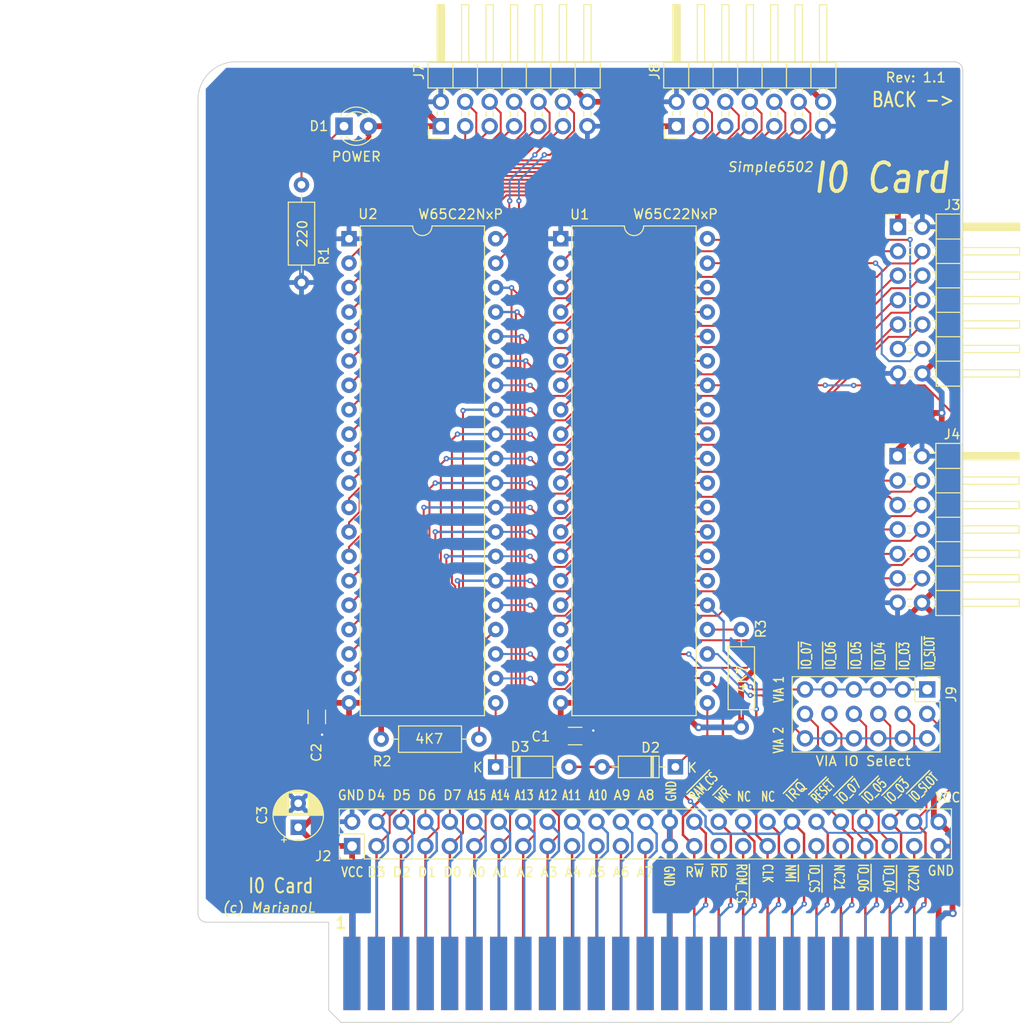
<source format=kicad_pcb>
(kicad_pcb (version 20221018) (generator pcbnew)
  (title_block (title "6502 IO Card") (date "2024-07-31") (rev "1.1"))
  (layers (0 "F.Cu" signal) (31 "B.Cu" signal) (34 "B.Paste" user) (35 "F.Paste" user) (36 "B.SilkS" user "B.Silkscreen") (37 "F.SilkS" user "F.Silkscreen") (38 "B.Mask" user) (39 "F.Mask" user) (44 "Edge.Cuts" user))
  (net 0 "")
  (net 1 "VCC")
  (net 2 "/A0")
  (net 3 "/A1")
  (net 4 "/A2")
  (net 5 "/A3")
  (net 6 "/A4")
  (net 7 "/A5")
  (net 8 "/A6")
  (net 9 "/A7")
  (net 10 "/D0")
  (net 11 "/D1")
  (net 12 "/D2")
  (net 13 "/D3")
  (net 14 "/D4")
  (net 15 "/D5")
  (net 16 "/D6")
  (net 17 "/D7")
  (net 18 "/CLK")
  (net 19 "Net-(D1-K)")
  (net 20 "/~{NMI}")
  (net 21 "/~{IO_CS}")
  (net 22 "/~{IO_06}")
  (net 23 "/~{IO_04}")
  (net 24 "/R~{W}")
  (net 25 "GND")
  (net 26 "/NC21")
  (net 27 "/~{IO_03}")
  (net 28 "/~{IO_05}")
  (net 29 "/~{IO_07}")
  (net 30 "/~{RESET}")
  (net 31 "~{IRQ_V1}")
  (net 32 "/~{RAM_CS}")
  (net 33 "/~{RD}")
  (net 34 "/~{WR}")
  (net 35 "/NC24")
  (net 36 "/~{IO_SLOT}")
  (net 37 "/~{ROM_CS}")
  (net 38 "/NC33")
  (net 39 "/A8")
  (net 40 "/A9")
  (net 41 "/A10")
  (net 42 "/A11")
  (net 43 "/A12")
  (net 44 "/A13")
  (net 45 "/A14")
  (net 46 "/A15")
  (net 47 "/NC34")
  (net 48 "/PA0")
  (net 49 "/PA1")
  (net 50 "/PA2")
  (net 51 "/PA3")
  (net 52 "/PA4")
  (net 53 "/PA5")
  (net 54 "/PA6")
  (net 55 "/PA7")
  (net 56 "/CA1")
  (net 57 "/CA2")
  (net 58 "/PB1")
  (net 59 "/PB3")
  (net 60 "/PB5")
  (net 61 "/PB7")
  (net 62 "/CB2")
  (net 63 "/PB0")
  (net 64 "/PB2")
  (net 65 "/PB4")
  (net 66 "~{IRQ}")
  (net 67 "~{CS_V1}")
  (net 68 "~{IRQ_V2}")
  (net 69 "/PB6")
  (net 70 "/CB1")
  (net 71 "~{CS_V2}")
  (net 72 "Net-(U2-CS1)")
  (net 73 "Net-(U1-CS1)")
  (net 74 "/2PA0")
  (net 75 "/2PA1")
  (net 76 "/2PA2")
  (net 77 "/2PA3")
  (net 78 "/2PA4")
  (net 79 "/2PA5")
  (net 80 "/2PA6")
  (net 81 "/2PA7")
  (net 82 "/2CA1")
  (net 83 "/2CA2")
  (net 84 "/2PB0")
  (net 85 "/2PB1")
  (net 86 "/2PB2")
  (net 87 "/2PB3")
  (net 88 "/2PB4")
  (net 89 "/2PB5")
  (net 90 "/2PB6")
  (net 91 "/2PB7")
  (net 92 "/2CB1")
  (net 93 "/2CB2")
  (footprint "Diode_THT:D_DO-35_SOD27_P7.62mm_Horizontal" (layer "F.Cu") (at 71.24 103.93)
    (fp_text reference "D3")
    (fp_text value "1N6263")
  )
  (footprint "Resistor_THT:R_Axial_DIN0207_L6.3mm_D2.5mm_P10.16mm_Horizontal" (layer "F.Cu") (at 96.77 89.62 -90)
    (fp_text reference "R3")
    (fp_text value "4K7")
  )
  (footprint "Resistor_THT:R_Axial_DIN0207_L6.3mm_D2.5mm_P10.16mm_Horizontal" (layer "F.Cu") (at 69.5 101.03 180)
    (fp_text reference "R2")
    (fp_text value "4K7")
  )
  (footprint "Package_DIP:DIP-40_W15.24mm" (layer "F.Cu") (at 78 49)
    (fp_text reference "U1")
    (fp_text value "W65C22NxP")
  )
  (footprint "Capacitor_SMD:C_1206_3216Metric_Pad1.33x1.80mm_HandSolder" (layer "F.Cu") (at 79.5 100.71)
    (fp_text reference "C1")
    (fp_text value ".1uF")
  )
  (footprint "Package_DIP:DIP-40_W15.24mm" (layer "F.Cu") (at 56 49)
    (fp_text reference "U2")
    (fp_text value "W65C22NxP")
  )
  (footprint "Diode_THT:D_DO-35_SOD27_P7.62mm_Horizontal" (layer "F.Cu") (at 89.92 103.92 180)
    (fp_text reference "D2")
    (fp_text value "1N6263")
  )
  (footprint "Connector_PinHeader_2.54mm:PinHeader_2x07_P2.54mm_Horizontal" (layer "F.Cu") (at 65.535 37.3 90)
    (fp_text reference "J7")
    (fp_text value "Port A")
  )
  (footprint "Connector_PinHeader_2.54mm:PinHeader_2x07_P2.54mm_Horizontal" (layer "F.Cu") (at 113.05 47.76)
    (fp_text reference "J3")
    (fp_text value "Port A")
  )
  (footprint "LED_THT:LED_D3.0mm" (layer "F.Cu") (at 55.48 37.3)
    (fp_text reference "D1")
    (fp_text value "POWER")
  )
  (footprint "Resistor_THT:R_Axial_DIN0207_L6.3mm_D2.5mm_P10.16mm_Horizontal" (layer "F.Cu") (at 51.06 43.39 -90)
    (fp_text reference "R1")
    (fp_text value "220")
  )
  (footprint "Connector_PinHeader_2.54mm:PinHeader_2x25_P2.54mm_Vertical_Counter_Clockwise" (layer "F.Cu") (at 56.32 112.16 90)
    (fp_text reference "J2")
    (fp_text value "6502 Pinheader" hide)
  )
  (footprint "Connector_PinHeader_2.54mm:PinHeader_3x06_P2.54mm_Vertical" (layer "F.Cu") (at 116.09 95.87 -90)
    (fp_text reference "J9")
    (fp_text value "VIA IO Select")
  )
  (footprint "Capacitor_THT:CP_Radial_D5.0mm_P2.50mm" (layer "F.Cu") (at 50.72 110.2 90)
    (fp_text reference "C3")
    (fp_text value "1000uf")
  )
  (footprint "Capacitor_SMD:C_1206_3216Metric_Pad1.33x1.80mm_HandSolder" (layer "F.Cu") (at 52.65 98.72 -90)
    (fp_text reference "C2")
    (fp_text value ".1uF")
  )
  (footprint "Connector_PinHeader_2.54mm:PinHeader_2x07_P2.54mm_Horizontal" (layer "F.Cu") (at 113.01 71.61)
    (fp_text reference "J4")
    (fp_text value "Port B")
  )
  (footprint "Connector_PinHeader_2.54mm:PinHeader_2x07_P2.54mm_Horizontal" (layer "F.Cu") (at 90.035 37.3 90)
    (fp_text reference "J8")
    (fp_text value "Port B")
  )
  (footprint "Connector_PCBEdge:BUS_EdgePCB_Apple_2" (layer "F.Cu") (at 79.16 125.4)
    (fp_text reference "J1")
    (fp_text value "6502 Edge ")
  )
  (gr_line (start 40.3 119.14) (end 40.3 34.57) (stroke (width 0.1)) (layer "Edge.Cuts"))
  (gr_line (start 55.165 130.485) (end 53.88 129.2) (stroke (width 0.1)) (layer "Edge.Cuts"))
  (gr_line (start 44.24 30.6) (end 118.9 30.6) (stroke (width 0.1)) (layer "Edge.Cuts"))
  (gr_arc (start 118.9 30.6) (mid 119.531396 30.865675) (end 119.79 31.5) (stroke (width 0.1)) (layer "Edge.Cuts"))
  (gr_line (start 119.79 129.21) (end 118.5 130.48) (stroke (width 0.1)) (layer "Edge.Cuts"))
  (gr_line (start 41.19 120.073005) (end 53.88 120.073005) (stroke (width 0.1)) (layer "Edge.Cuts"))
  (gr_arc (start 40.3 34.57) (mid 41.447785 31.768999) (end 44.24 30.6) (stroke (width 0.1)) (layer "Edge.Cuts"))
  (gr_line (start 119.79 31.5) (end 119.79 129.21) (stroke (width 0.1)) (layer "Edge.Cuts"))
  (gr_line (start 118.5 130.485) (end 55.165 130.485) (stroke (width 0.1)) (layer "Edge.Cuts"))
  (gr_arc (start 41.19 120.073005) (mid 40.551769 119.790827) (end 40.3 119.14) (stroke (width 0.1)) (layer "Edge.Cuts"))
  (gr_line (start 53.88 120.08) (end 53.88 129.2) (stroke (width 0.1)) (layer "Edge.Cuts"))
  (gr_text "A10" (at 80.8 107.45) (layer "F.SilkS") (effects (font (size 1 0.7)) (justify left bottom)))
  (gr_text "D4 D5 D6 D7" (at 57.8 107.45) (layer "F.SilkS") (effects (font (size 1 0.97)) (justify left bottom)))
  (gr_text "~{NMI}" (at 101.29 113.95 270) (layer "F.SilkS") (effects (font (size 1 0.7)) (justify left bottom)))
  (gr_text "~{RAM_CS}" (at 91.99 107.68 45) (layer "F.SilkS") (effects (font (size 1 0.6)) (justify left bottom)))
  (gr_text "Rev: ${REVISION}" (at 111.68 32.82) (layer "F.SilkS") (effects (font (size 1 1)) (justify left bottom)))
  (gr_text "VCC" (at 55.1 115.45) (layer "F.SilkS") (effects (font (size 1 0.8)) (justify left bottom)))
  (gr_text "CLK" (at 98.92 113.91 -90) (layer "F.SilkS") (effects (font (size 1 0.7)) (justify left bottom)))
  (gr_text "BACK ->" (at 110.23 35.42) (layer "F.SilkS") (effects (font (size 1.5 1.2) (thickness 0.2) bold) (justify left bottom)))
  (gr_text "VIA 2" (at 101.22 102.61 90) (layer "F.SilkS") (effects (font (size 1 0.7)) (justify left bottom)))
  (gr_text "~{RESET}" (at 104.65 107.9 45) (layer "F.SilkS") (effects (font (size 1 0.6)) (justify left bottom)))
  (gr_text "VCC" (at 116.85 107.69) (layer "F.SilkS") (effects (font (size 1 0.9)) (justify left bottom)))
  (gr_text "~{IO_05}" (at 109.29 93.9 90) (layer "F.SilkS") (effects (font (size 1 0.7)) (justify left bottom)))
  (gr_text " NC  NC" (at 95.7 107.6) (layer "F.SilkS") (effects (font (size 1 0.7)) (justify left bottom)))
  (gr_text "A9 A8" (at 83.4 107.45) (layer "F.SilkS") (effects (font (size 1 0.97)) (justify left bottom)))
  (gr_text "GND" (at 54.75 107.45) (layer "F.SilkS") (effects (font (size 1 0.9)) (justify left bottom)))
  (gr_text "~{IO_07}" (at 104.12 93.89 90) (layer "F.SilkS") (effects (font (size 1 0.7)) (justify left bottom)))
  (gr_text "1" (at 54.42 120.84) (layer "F.SilkS") (effects (font (size 1.2 1.2) (thickness 0.24) bold) (justify left bottom)))
  (gr_text "~{IO_03}" (at 112.25 108 45) (layer "F.SilkS") (effects (font (size 1 0.7)) (justify left bottom)))
  (gr_text "NC21" (at 106.35 113.94 270) (layer "F.SilkS") (effects (font (size 1 0.7)) (justify left bottom)))
  (gr_text "~{IO_CS}" (at 103.75 113.94 270) (layer "F.SilkS") (effects (font (size 1 0.7)) (justify left bottom)))
  (gr_text "~{IO_SLOT}" (at 114.82 107.8 45) (layer "F.SilkS") (effects (font (size 1 0.6)) (justify left bottom)))
  (gr_text "~{IO_06}" (at 106.63 93.9 90) (layer "F.SilkS") (effects (font (size 1 0.7)) (justify left bottom)))
  (gr_text "~{ROM_CS}" (at 96.2 113.88 270) (layer "F.SilkS") (effects (font (size 1 0.7)) (justify left bottom)))
  (gr_text "Simple6502" (at 95.27 42.13) (layer "F.SilkS") (effects (font (size 1 1) (thickness 0.15) italic) (justify left bottom)))
  (gr_text "~{IO_05}" (at 109.9 107.95 45) (layer "F.SilkS") (effects (font (size 1 0.7)) (justify left bottom)))
  (gr_text "I0 Card" (at 45.41 117.16) (layer "F.SilkS") (effects (font (size 1.5 1.2) (thickness 0.2) bold) (justify left bottom)))
  (gr_text "~{IO_03}" (at 114.3 93.96 90) (layer "F.SilkS") (effects (font (size 1 0.7)) (justify left bottom)))
  (gr_text "A15 A14 A13 A12 A11" (at 68.2 107.45) (layer "F.SilkS") (effects (font (size 1 0.7)) (justify left bottom)))
  (gr_text "~{IO_07}" (at 107.25 108 45) (layer "F.SilkS") (effects (font (size 1 0.7)) (justify left bottom)))
  (gr_text "~{IO_04}" (at 111.5 113.99 270) (layer "F.SilkS") (effects (font (size 1 0.7)) (justify left bottom)))
  (gr_text "D3 D2 D1 D0 A0 A1 A2 A3 A4 A5 A6 A7 " (at 57.8 115.45) (layer "F.SilkS") (effects (font (size 1 0.97)) (justify left bottom)))
  (gr_text "~{IO_04}" (at 111.74 93.95 90) (layer "F.SilkS") (effects (font (size 1 0.7)) (justify left bottom)))
  (gr_text "GND" (at 88.68 114.11 270) (layer "F.SilkS") (effects (font (size 1 0.7) (thickness 0.15) bold) (justify left bottom)))
  (gr_text "(c) MarianoL" (at 42.77 119.14) (layer "F.SilkS") (effects (font (size 1 1) (thickness 0.15) italic) (justify left bottom)))
  (gr_text "NC22" (at 114.05 113.99 270) (layer "F.SilkS") (effects (font (size 1 0.7)) (justify left bottom)))
  (gr_text "GND" (at 116.05 115.3) (layer "F.SilkS") (effects (font (size 1 0.9)) (justify left bottom)))
  (gr_text "VIA 1" (at 101.25 97.34 90) (layer "F.SilkS") (effects (font (size 1 0.7)) (justify left bottom)))
  (gr_text "~{IO_SLOT}" (at 116.92 93.93 90) (layer "F.SilkS") (effects (font (size 1 0.6)) (justify left bottom)))
  (gr_text "~{IO_06}" (at 108.85 113.89 270) (layer "F.SilkS") (effects (font (size 1 0.7)) (justify left bottom)))
  (gr_text "~{IRQ}" (at 102 107.8 45) (layer "F.SilkS") (effects (font (size 1 0.9)) (justify left bottom)))
  (gr_text "R~{W} ~{RD}" (at 90.85 115.45) (layer "F.SilkS") (effects (font (size 1 0.9)) (justify left bottom)))
  (gr_text "GND" (at 90.07 107.6 90) (layer "F.SilkS") (effects (font (size 1 0.7) (thickness 0.15) bold) (justify left bottom)))
  (gr_text "I0 Card" (at 104.05 44.43) (layer "F.SilkS") (effects (font (size 3 2.5) (thickness 0.4) italic) (justify left bottom)))
  (gr_text "~{WR}" (at 94.69 107.96 45) (layer "F.SilkS") (effects (font (size 1 0.7)) (justify left bottom)))
  (segment (start 58.02 41.61) (end 52.64 46.99) (width 0.6) (layer "F.Cu") (net 1))
  (segment (start 78 100.6475) (end 77.9375 100.71) (width 0.6) (layer "F.Cu") (net 1))
  (segment (start 63.94 34.02) (end 63.94 35.705) (width 0.6) (layer "F.Cu") (net 1))
  (segment (start 113.01 70.93) (end 113.01 71.61) (width 0.6) (layer "F.Cu") (net 1))
  (segment (start 96.75 95.17) (end 96.75 99.76) (width 0.6) (layer "F.Cu") (net 1))
  (segment (start 116.83 67.11) (end 113.01 70.93) (width 0.6) (layer "F.Cu") (net 1))
  (segment (start 118.72 119.1) (end 118.72 111.06) (width 0.6) (layer "F.Cu") (net 1))
  (segment (start 58.02 37.3) (end 58.02 41.61) (width 0.6) (layer "F.Cu") (net 1))
  (segment (start 80.775 34.76) (end 85.57 34.76) (width 0.6) (layer "F.Cu") (net 1))
  (segment (start 52.64 46.99) (end 52.64 97.1475) (width 0.6) (layer "F.Cu") (net 1))
  (segment (start 116.78 104.95) (end 118.22 103.51) (width 0.6) (layer "F.Cu") (net 1))
  (segment (start 52.7525 97.26) (end 52.65 97.1575) (width 0.6) (layer "F.Cu") (net 1))
  (segment (start 51.23 110.2) (end 56 105.43) (width 0.6) (layer "F.Cu") (net 1))
  (segment (start 89.69 97.26) (end 78 97.26) (width 0.6) (layer "F.Cu") (net 1))
  (segment (start 117.6 67.11) (end 117.6 84.8) (width 0.6) (layer "F.Cu") (net 1))
  (segment (start 117.6 84.8) (end 115.55 86.85) (width 0.6) (layer "F.Cu") (net 1))
  (segment (start 58.02 37.3) (end 65.535 37.3) (width 0.6) (layer "F.Cu") (net 1))
  (segment (start 110.86 91.54) (end 100.38 91.54) (width 0.6) (layer "F.Cu") (net 1))
  (segment (start 88.23 37.3) (end 85.64 34.71) (width 0.6) (layer "F.Cu") (net 1))
  (segment (start 56 97.26) (end 52.7525 97.26) (width 0.6) (layer "F.Cu") (net 1))
  (segment (start 92.34 99.81) (end 92.24 99.81) (width 0.6) (layer "F.Cu") (net 1))
  (segment (start 63.94 35.705) (end 65.535 37.3) (width 0.6) (layer "F.Cu") (net 1))
  (segment (start 103.285 32.77) (end 105.275 34.76) (width 0.6) (layer "F.Cu") (net 1))
  (segment (start 117.79 60.85) (end 117.79 46.12) (width 0.6) (layer "F.Cu") (net 1))
  (segment (start 65.27 32.69) (end 63.94 34.02) (width 0.6) (layer "F.Cu") (net 1))
  (segment (start 56.3 112.14) (end 56.32 112.16) (width 0.6) (layer "F.Cu") (net 1))
  (segment (start 52.64 97.1475) (end 52.65 97.1575) (width 0.6) (layer "F.Cu") (net 1))
  (segment (start 116.76 45.09) (end 114.06 45.09) (width 0.6) (layer "F.Cu") (net 1))
  (segment (start 115.59 63) (end 115.64 63) (width 0.6) (layer "F.Cu") (net 1))
  (segment (start 85.64 34.69) (end 87.56 32.77) (width 0.6) (layer "F.Cu") (net 1))
  (segment (start 78.705 32.69) (end 65.27 32.69) (width 0.6) (layer "F.Cu") (net 1))
  (segment (start 56.32 112.16) (end 56.32 125.38) (width 0.6) (layer "F.Cu") (net 1))
  (segment (start 116.78 109.12) (end 116.78 104.95) (width 0.6) (layer "F.Cu") (net 1))
  (segment (start 113.05 46.1) (end 113.05 47.76) (width 0.6) (layer "F.Cu") (net 1))
  (segment (start 117.28 109.62) (end 116.78 109.12) (width 0.6) (layer "F.Cu") (net 1))
  (segment (start 85.64 34.71) (end 85.64 34.69) (width 0.6) (layer "F.Cu") (net 1))
  (segment (start 59.34 98.97) (end 57.63 97.26) (width 0.6) (layer "F.Cu") (net 1))
  (segment (start 57.63 97.26) (end 56 97.26) (width 0.6) (layer "F.Cu") (net 1))
  (segment (start 118.76 119.14) (end 118.72 119.1) (width 0.6) (layer "F.Cu") (net 1))
  (segment (start 92.24 99.81) (end 89.69 97.26) (width 0.6) (layer "F.Cu") (net 1))
  (segment (start 56 105.43) (end 56 97.26) (width 0.6) (layer "F.Cu") (net 1))
  (segment (start 115.64 63) (end 117.79 60.85) (width 0.6) (layer "F.Cu") (net 1))
  (segment (start 52.66 112.14) (end 56.3 112.14) (width 0.6) (layer "F.Cu") (net 1))
  (segment (start 85.57 34.76) (end 85.64 34.69) (width 0.6) (layer "F.Cu") (net 1))
  (segment (start 50.72 110.2) (end 52.66 112.14) (width 0.6) (layer "F.Cu") (net 1))
  (segment (start 96.75 99.76) (end 96.77 99.78) (width 0.6) (layer "F.Cu") (net 1))
  (segment (start 80.775 34.76) (end 78.705 32.69) (width 0.6) (layer "F.Cu") (net 1))
  (segment (start 50.72 110.2) (end 51.23 110.2) (width 0.6) (layer "F.Cu") (net 1))
  (segment (start 90.035 37.3) (end 88.23 37.3) (width 0.6) (layer "F.Cu") (net 1))
  (segment (start 87.56 32.77) (end 103.285 32.77) (width 0.6) (layer "F.Cu") (net 1))
  (segment (start 118.72 111.06) (end 117.28 109.62) (width 0.6) (layer "F.Cu") (net 1))
  (segment (start 117.79 46.12) (end 116.76 45.09) (width 0.6) (layer "F.Cu") (net 1))
  (segment (start 118.22 103.51) (end 118.22 89.52) (width 0.6) (layer "F.Cu") (net 1))
  (segment (start 78 97.26) (end 78 100.6475) (width 0.6) (layer "F.Cu") (net 1))
  (segment (start 118.22 89.52) (end 115.55 86.85) (width 0.6) (layer "F.Cu") (net 1))
  (segment (start 117.6 67.11) (end 116.83 67.11) (width 0.6) (layer "F.Cu") (net 1))
  (segment (start 55.99 97.27) (end 56 97.26) (width 0.6) (layer "F.Cu") (net 1))
  (segment (start 100.38 91.54) (end 96.75 95.17) (width 0.6) (layer "F.Cu") (net 1))
  (segment (start 114.06 45.09) (end 113.05 46.1) (width 0.6) (layer "F.Cu") (net 1))
  (segment (start 115.55 86.85) (end 110.86 91.54) (width 0.6) (layer "F.Cu") (net 1))
  (segment (start 56.32 125.38) (end 56.3 125.4) (width 0.25) (layer "F.Cu") (net 1))
  (segment (start 59.34 101.03) (end 59.34 98.97) (width 0.6) (layer "F.Cu") (net 1))
  (via (at 92.34 99.81) (size 0.8) (drill 0.4) (layers "F.Cu" "B.Cu") (net 1))
  (via (at 118.76 119.14) (size 0.8) (drill 0.4) (layers "F.Cu" "B.Cu") (net 1))
  (via (at 117.6 67.11) (size 0.8) (drill 0.4) (layers "F.Cu" "B.Cu") (net 1))
  (segment (start 117.6 67.11) (end 117.6 65.01) (width 0.6) (layer "B.Cu") (net 1))
  (segment (start 117.6 65.01) (end 115.59 63) (width 0.6) (layer "B.Cu") (net 1))
  (segment (start 117.97 119.14) (end 117.26 119.85) (width 0.6) (layer "B.Cu") (net 1))
  (segment (start 96.74 99.81) (end 96.77 99.78) (width 0.6) (layer "B.Cu") (net 1))
  (segment (start 118.76 119.14) (end 117.97 119.14) (width 0.6) (layer "B.Cu") (net 1))
  (segment (start 92.34 99.81) (end 96.74 99.81) (width 0.6) (layer "B.Cu") (net 1))
  (segment (start 117.26 119.85) (end 117.26 125.4) (width 0.6) (layer "B.Cu") (net 1))
  (segment (start 72.89 54.1) (end 73.9716 55.1816) (width 0.2032) (layer "F.Cu") (net 2))
  (segment (start 70.195 108.625) (end 72.89 105.93) (width 0.2032) (layer "F.Cu") (net 2))
  (segment (start 72.89 105.93) (end 72.89 54.1) (width 0.2032) (layer "F.Cu") (net 2))
  (segment (start 78.5684 55.1816) (end 79.67 54.08) (width 0.2032) (layer "F.Cu") (net 2))
  (segment (start 69.02 112.16) (end 70.195 110.985) (width 0.2032) (layer "F.Cu") (net 2))
  (segment (start 69.02 125.38) (end 69 125.4) (width 0.25) (layer "F.Cu") (net 2))
  (segment (start 79.67 54.08) (end 93.24 54.08) (width 0.2032) (layer "F.Cu") (net 2))
  (segment (start 73.9716 55.1816) (end 78.5684 55.1816) (width 0.2032) (layer "F.Cu") (net 2))
  (segment (start 69.02 112.16) (end 69.02 125.38) (width 0.25) (layer "F.Cu") (net 2))
  (segment (start 70.195 110.985) (end 70.195 108.625) (width 0.2032) (layer "F.Cu") (net 2))
  (via (at 72.89 54.1) (size 0.55) (drill 0.25) (layers "F.Cu" "B.Cu") (net 2))
  (segment (start 72.89 54.1) (end 71.26 54.1) (width 0.25) (layer "B.Cu") (net 2))
  (segment (start 71.26 54.1) (end 71.24 54.08) (width 0.25) (layer "B.Cu") (net 2))
  (segment (start 71.56 112.16) (end 71.56 125.38) (width 0.25) (layer "F.Cu") (net 3))
  (segment (start 73.4661 56.62) (end 74.5677 57.7216) (width 0.2032) (layer "F.Cu") (net 3))
  (segment (start 78.456298 57.7216) (end 79.557898 56.62) (width 0.2032) (layer "F.Cu") (net 3))
  (segment (start 71.56 125.38) (end 71.54 125.4) (width 0.25) (layer "F.Cu") (net 3))
  (segment (start 72.735 106.721396) (end 72.735 110.985) (width 0.2032) (layer "F.Cu") (net 3))
  (segment (start 74.5677 57.7216) (end 78.456298 57.7216) (width 0.2032) (layer "F.Cu") (net 3))
  (segment (start 79.557898 56.62) (end 93.24 56.62) (width 0.2032) (layer "F.Cu") (net 3))
  (segment (start 72.735 110.985) (end 71.56 112.16) (width 0.2032) (layer "F.Cu") (net 3))
  (segment (start 73.4661 56.62) (end 73.34 56.7461) (width 0.2032) (layer "F.Cu") (net 3))
  (segment (start 73.34 56.7461) (end 73.34 106.116396) (width 0.2032) (layer "F.Cu") (net 3))
  (segment (start 73.34 106.116396) (end 72.735 106.721396) (width 0.2032) (layer "F.Cu") (net 3))
  (via (at 73.4661 56.62) (size 0.55) (drill 0.25) (layers "F.Cu" "B.Cu") (net 3))
  (segment (start 73.4661 56.62) (end 71.24 56.62) (width 0.25) (layer "B.Cu") (net 3))
  (segment (start 75.275 110.985) (end 74.1 112.16) (width 0.2032) (layer "F.Cu") (net 4))
  (segment (start 73.79 106.14) (end 75.275 107.625) (width 0.2032) (layer "F.Cu") (net 4))
  (segment (start 73.9395 59.16) (end 73.79 59.3095) (width 0.2032) (layer "F.Cu") (net 4))
  (segment (start 74.1 125.38) (end 74.08 125.4) (width 0.25) (layer "F.Cu") (net 4))
  (segment (start 78.76979 60.36) (end 79.96979 59.16) (width 0.2032) (layer "F.Cu") (net 4))
  (segment (start 79.96979 59.16) (end 93.24 59.16) (width 0.2032) (layer "F.Cu") (net 4))
  (segment (start 73.79 59.3095) (end 73.79 106.14) (width 0.2032) (layer "F.Cu") (net 4))
  (segment (start 73.9395 59.16) (end 75.1395 60.36) (width 0.2032) (layer "F.Cu") (net 4))
  (segment (start 75.1395 60.36) (end 78.76979 60.36) (width 0.2032) (layer "F.Cu") (net 4))
  (segment (start 74.1 112.16) (end 74.1 125.38) (width 0.25) (layer "F.Cu") (net 4))
  (segment (start 75.275 107.625) (end 75.275 110.985) (width 0.2032) (layer "F.Cu") (net 4))
  (via (at 73.9395 59.16) (size 0.55) (drill 0.25) (layers "F.Cu" "B.Cu") (net 4))
  (segment (start 73.9395 59.16) (end 71.24 59.16) (width 0.25) (layer "B.Cu") (net 4))
  (segment (start 74.24 105.47) (end 77.815 109.045) (width 0.2032) (layer "F.Cu") (net 5))
  (segment (start 78.456298 62.8016) (end 79.557898 61.7) (width 0.2032) (layer "F.Cu") (net 5))
  (segment (start 76.64 112.16) (end 76.64 125.38) (width 0.25) (layer "F.Cu") (net 5))
  (segment (start 74.3661 61.7) (end 75.4677 62.8016) (width 0.2032) (layer "F.Cu") (net 5))
  (segment (start 74.3661 61.7) (end 74.24 61.8261) (width 0.2032) (layer "F.Cu") (net 5))
  (segment (start 79.557898 61.7) (end 93.24 61.7) (width 0.2032) (layer "F.Cu") (net 5))
  (segment (start 77.815 109.045) (end 77.815 110.985) (width 0.2032) (layer "F.Cu") (net 5))
  (segment (start 75.4677 62.8016) (end 78.456298 62.8016) (width 0.2032) (layer "F.Cu") (net 5))
  (segment (start 77.815 110.985) (end 76.64 112.16) (width 0.2032) (layer "F.Cu") (net 5))
  (segment (start 76.64 125.38) (end 76.62 125.4) (width 0.25) (layer "F.Cu") (net 5))
  (segment (start 74.24 61.8261) (end 74.24 105.47) (width 0.2032) (layer "F.Cu") (net 5))
  (via (at 74.3661 61.7) (size 0.55) (drill 0.25) (layers "F.Cu" "B.Cu") (net 5))
  (segment (start 74.3661 61.7) (end 71.24 61.7) (width 0.25) (layer "B.Cu") (net 5))
  (segment (start 79.18 125.38) (end 79.16 125.4) (width 0.25) (layer "F.Cu") (net 6))
  (segment (start 79.18 112.16) (end 79.18 125.38) (width 0.25) (layer "F.Cu") (net 6))
  (segment (start 81.72 125.38) (end 81.7 125.4) (width 0.25) (layer "F.Cu") (net 7))
  (segment (start 81.72 112.16) (end 81.72 125.38) (width 0.25) (layer "F.Cu") (net 7))
  (segment (start 84.26 112.16) (end 84.26 125.38) (width 0.25) (layer "F.Cu") (net 8))
  (segment (start 84.26 125.38) (end 84.24 125.4) (width 0.25) (layer "F.Cu") (net 8))
  (segment (start 86.8 125.38) (end 86.78 125.4) (width 0.25) (layer "F.Cu") (net 9))
  (segment (start 86.8 112.16) (end 86.8 125.38) (width 0.25) (layer "F.Cu") (net 9))
  (segment (start 79.557898 66.78) (end 93.24 66.78) (width 0.2032) (layer "F.Cu") (net 10))
  (segment (start 67.845 110.795) (end 66.48 112.16) (width 0.2032) (layer "F.Cu") (net 10))
  (segment (start 67.85 66.87) (end 67.845 66.875) (width 0.2032) (layer "F.Cu") (net 10))
  (segment (start 67.845 66.875) (end 67.845 110.795) (width 0.2032) (layer "F.Cu") (net 10))
  (segment (start 74.8161 66.78) (end 75.9177 67.8816) (width 0.2032) (layer "F.Cu") (net 10))
  (segment (start 66.48 112.16) (end 66.48 125.38) (width 0.25) (layer "F.Cu") (net 10))
  (segment (start 78.456298 67.8816) (end 79.557898 66.78) (width 0.2032) (layer "F.Cu") (net 10))
  (segment (start 66.48 125.38) (end 66.46 125.4) (width 0.25) (layer "F.Cu") (net 10))
  (segment (start 75.9177 67.8816) (end 78.456298 67.8816) (width 0.2032) (layer "F.Cu") (net 10))
  (via (at 74.8161 66.78) (size 0.55) (drill 0.25) (layers "F.Cu" "B.Cu") (net 10))
  (via (at 67.85 66.87) (size 0.55) (drill 0.25) (layers "F.Cu" "B.Cu") (net 10))
  (segment (start 67.85 66.87) (end 67.94 66.78) (width 0.25) (layer "B.Cu") (net 10))
  (segment (start 74.8161 66.78) (end 71.24 66.78) (width 0.2032) (layer "B.Cu") (net 10))
  (segment (start 67.94 66.78) (end 71.24 66.78) (width 0.25) (layer "B.Cu") (net 10))
  (segment (start 67.0386 105.3514) (end 65.305 107.085) (width 0.2032) (layer "F.Cu") (net 11))
  (segment (start 66.6923 69.8966) (end 66.6923 84.798836) (width 0.2032) (layer "F.Cu") (net 11))
  (segment (start 66.6923 84.798836) (end 67.0386 85.145136) (width 0.2032) (layer "F.Cu") (net 11))
  (segment (start 65.305 110.255) (end 63.94 111.62) (width 0.2032) (layer "F.Cu") (net 11))
  (segment (start 67.2689 69.32) (end 66.6923 69.8966) (width 0.2032) (layer "F.Cu") (net 11))
  (segment (start 63.94 112.16) (end 63.94 125.38) (width 0.25) (layer "F.Cu") (net 11))
  (segment (start 63.94 111.62) (end 63.94 112.16) (width 0.2032) (layer "F.Cu") (net 11))
  (segment (start 79.557898 69.32) (end 93.24 69.32) (width 0.2032) (layer "F.Cu") (net 11))
  (segment (start 63.94 125.38) (end 63.92 125.4) (width 0.25) (layer "F.Cu") (net 11))
  (segment (start 75.9411 70.4216) (end 78.456298 70.4216) (width 0.2032) (layer "F.Cu") (net 11))
  (segment (start 74.8395 69.32) (end 75.9411 70.4216) (width 0.2032) (layer "F.Cu") (net 11))
  (segment (start 67.0386 85.145136) (end 67.0386 105.3514) (width 0.2032) (layer "F.Cu") (net 11))
  (segment (start 65.305 107.085) (end 65.305 110.255) (width 0.2032) (layer "F.Cu") (net 11))
  (segment (start 78.456298 70.4216) (end 79.557898 69.32) (width 0.2032) (layer "F.Cu") (net 11))
  (via (at 67.2689 69.32) (size 0.55) (drill 0.25) (layers "F.Cu" "B.Cu") (net 11))
  (via (at 74.8395 69.32) (size 0.55) (drill 0.25) (layers "F.Cu" "B.Cu") (net 11))
  (segment (start 74.8395 69.32) (end 71.24 69.32) (width 0.2032) (layer "B.Cu") (net 11))
  (segment (start 67.2689 69.32) (end 71.24 69.32) (width 0.25) (layer "B.Cu") (net 11))
  (segment (start 62.765 110.795) (end 61.4 112.16) (width 0.2032) (layer "F.Cu") (net 12))
  (segment (start 62.765 108.005) (end 62.765 110.795) (width 0.2032) (layer "F.Cu") (net 12))
  (segment (start 65.54 72.45) (end 65.54 84.935356) (width 0.2032) (layer "F.Cu") (net 12))
  (segment (start 66.1162 71.8738) (end 65.54 72.45) (width 0.2032) (layer "F.Cu") (net 12))
  (segment (start 61.4 112.16) (end 61.4 125.38) (width 0.25) (layer "F.Cu") (net 12))
  (segment (start 74.8395 71.86) (end 75.9411 72.9616) (width 0.2032) (layer "F.Cu") (net 12))
  (segment (start 78.456298 72.9616) (end 79.557898 71.86) (width 0.2032) (layer "F.Cu") (net 12))
  (segment (start 61.4 125.38) (end 61.38 125.4) (width 0.25) (layer "F.Cu") (net 12))
  (segment (start 79.557898 71.86) (end 93.24 71.86) (width 0.2032) (layer "F.Cu") (net 12))
  (segment (start 66.2322 85.627556) (end 66.2322 104.5378) (width 0.2032) (layer "F.Cu") (net 12))
  (segment (start 66.1162 71.86) (end 66.1162 71.8738) (width 0.2032) (layer "F.Cu") (net 12))
  (segment (start 65.54 84.935356) (end 66.2322 85.627556) (width 0.2032) (layer "F.Cu") (net 12))
  (segment (start 75.9411 72.9616) (end 78.456298 72.9616) (width 0.2032) (layer "F.Cu") (net 12))
  (segment (start 66.2322 104.5378) (end 62.765 108.005) (width 0.2032) (layer "F.Cu") (net 12))
  (via (at 74.8395 71.86) (size 0.55) (drill 0.25) (layers "F.Cu" "B.Cu") (net 12))
  (via (at 66.1162 71.86) (size 0.55) (drill 0.25) (layers "F.Cu" "B.Cu") (net 12))
  (segment (start 74.8395 71.86) (end 71.24 71.86) (width 0.2032) (layer "B.Cu") (net 12))
  (segment (start 66.1162 71.86) (end 71.24 71.86) (width 0.25) (layer "B.Cu") (net 12))
  (segment (start 75.9411 75.5016) (end 78.456298 75.5016) (width 0.2032) (layer "F.Cu") (net 13))
  (segment (start 74.8395 74.4) (end 75.9411 75.5016) (width 0.2032) (layer "F.Cu") (net 13))
  (segment (start 64.95 74.4) (end 64.36 74.99) (width 0.2032) (layer "F.Cu") (net 13))
  (segment (start 58.86 112.16) (end 58.86 125.38) (width 0.25) (layer "F.Cu") (net 13))
  (segment (start 64.9639 74.4) (end 64.95 74.4) (width 0.2032) (layer "F.Cu") (net 13))
  (segment (start 64.36 74.99) (end 64.36 84.895776) (width 0.2032) (layer "F.Cu") (net 13))
  (segment (start 58.86 125.38) (end 58.84 125.4) (width 0.25) (layer "F.Cu") (net 13))
  (segment (start 78.456298 75.5016) (end 79.557898 74.4) (width 0.2032) (layer "F.Cu") (net 13))
  (segment (start 64.36 84.895776) (end 65.4258 85.961576) (width 0.2032) (layer "F.Cu") (net 13))
  (segment (start 65.4258 85.961576) (end 65.4258 103.8342) (width 0.2032) (layer "F.Cu") (net 13))
  (segment (start 79.557898 74.4) (end 93.24 74.4) (width 0.2032) (layer "F.Cu") (net 13))
  (segment (start 60.225 110.795) (end 58.86 112.16) (width 0.2032) (layer "F.Cu") (net 13))
  (segment (start 60.225 109.035) (end 60.225 110.795) (width 0.2032) (layer "F.Cu") (net 13))
  (segment (start 65.4258 103.8342) (end 60.225 109.035) (width 0.2032) (layer "F.Cu") (net 13))
  (via (at 74.8395 74.4) (size 0.55) (drill 0.25) (layers "F.Cu" "B.Cu") (net 13))
  (via (at 64.9639 74.4) (size 0.55) (drill 0.25) (layers "F.Cu" "B.Cu") (net 13))
  (segment (start 74.8395 74.4) (end 71.24 74.4) (width 0.2032) (layer "B.Cu") (net 13))
  (segment (start 64.9639 74.4) (end 71.24 74.4) (width 0.25) (layer "B.Cu") (net 13))
  (segment (start 64.95 86.055986) (end 64.95 103.53) (width 0.2032) (layer "F.Cu") (net 14))
  (segment (start 74.8161 76.94) (end 75.9177 78.0416) (width 0.2032) (layer "F.Cu") (net 14))
  (segment (start 63.76 76.9639) (end 63.76 84.865986) (width 0.2032) (layer "F.Cu") (net 14))
  (segment (start 64.95 103.53) (end 58.86 109.62) (width 0.2032) (layer "F.Cu") (net 14))
  (segment (start 75.9177 78.0416) (end 78.456298 78.0416) (width 0.2032) (layer "F.Cu") (net 14))
  (segment (start 79.557898 76.94) (end 93.24 76.94) (width 0.2032) (layer "F.Cu") (net 14))
  (segment (start 78.456298 78.0416) (end 79.557898 76.94) (width 0.2032) (layer "F.Cu") (net 14))
  (segment (start 63.7839 76.94) (end 63.76 76.9639) (width 0.2032) (layer "F.Cu") (net 14))
  (segment (start 63.76 84.865986) (end 64.95 86.055986) (width 0.2032) (layer "F.Cu") (net 14))
  (via (at 63.7839 76.94) (size 0.55) (drill 0.25) (layers "F.Cu" "B.Cu") (net 14))
  (via (at 74.8161 76.94) (size 0.55) (drill 0.25) (layers "F.Cu" "B.Cu") (net 14))
  (segment (start 60.035 110.795) (end 60.035 112.646701) (width 0.25) (layer "B.Cu") (net 14))
  (segment (start 58.9 125.34) (end 58.84 125.4) (width 0.25) (layer "B.Cu") (net 14))
  (segment (start 63.7839 76.94) (end 71.24 76.94) (width 0.25) (layer "B.Cu") (net 14))
  (segment (start 60.035 112.646701) (end 58.9 113.781701) (width 0.25) (layer "B.Cu") (net 14))
  (segment (start 58.86 109.62) (end 60.035 110.795) (width 0.25) (layer "B.Cu") (net 14))
  (segment (start 74.8161 76.94) (end 71.24 76.94) (width 0.2032) (layer "B.Cu") (net 14))
  (segment (start 58.9 113.781701) (end 58.9 125.34) (width 0.25) (layer "B.Cu") (net 14))
  (segment (start 74.8161 79.48) (end 75.9177 80.5816) (width 0.2032) (layer "F.Cu") (net 15))
  (segment (start 79.557898 79.48) (end 93.24 79.48) (width 0.2032) (layer "F.Cu") (net 15))
  (segment (start 64.9639 79.48) (end 64.97 79.4861) (width 0.2032) (layer "F.Cu") (net 15))
  (segment (start 64.97 84.935566) (end 65.829 85.794566) (width 0.2032) (layer "F.Cu") (net 15))
  (segment (start 65.829 85.794566) (end 65.829 104.231) (width 0.2032) (layer "F.Cu") (net 15))
  (segment (start 65.829 104.231) (end 61.4 108.66) (width 0.2032) (layer "F.Cu") (net 15))
  (segment (start 61.4 108.66) (end 61.4 109.62) (width 0.2032) (layer "F.Cu") (net 15))
  (segment (start 64.97 79.4861) (end 64.97 84.935566) (width 0.2032) (layer "F.Cu") (net 15))
  (segment (start 75.9177 80.5816) (end 78.456298 80.5816) (width 0.2032) (layer "F.Cu") (net 15))
  (segment (start 78.456298 80.5816) (end 79.557898 79.48) (width 0.2032) (layer "F.Cu") (net 15))
  (via (at 74.8161 79.48) (size 0.55) (drill 0.25) (layers "F.Cu" "B.Cu") (net 15))
  (via (at 64.9639 79.48) (size 0.55) (drill 0.25) (layers "F.Cu" "B.Cu") (net 15))
  (segment (start 74.8161 79.48) (end 71.24 79.48) (width 0.2032) (layer "B.Cu") (net 15))
  (segment (start 61.4 109.62) (end 62.575 110.795) (width 0.25) (layer "B.Cu") (net 15))
  (segment (start 61.5 125.28) (end 61.38 125.4) (width 0.25) (layer "B.Cu") (net 15))
  (segment (start 62.575 112.646701) (end 61.5 113.721701) (width 0.25) (layer "B.Cu") (net 15))
  (segment (start 61.5 113.721701) (end 61.5 125.28) (width 0.25) (layer "B.Cu") (net 15))
  (segment (start 62.575 110.795) (end 62.575 112.646701) (width 0.25) (layer "B.Cu") (net 15))
  (segment (start 64.9639 79.48) (end 71.24 79.48) (width 0.25) (layer "B.Cu") (net 15))
  (segment (start 66.1162 84.941346) (end 66.6354 85.460546) (width 0.2032) (layer "F.Cu") (net 16))
  (segment (start 66.6354 104.9346) (end 63.94 107.63) (width 0.2032) (layer "F.Cu") (net 16))
  (segment (start 66.1162 82.02) (end 66.1162 84.941346) (width 0.2032) (layer "F.Cu") (net 16))
  (segment (start 78.456298 83.1216) (end 79.557898 82.02) (width 0.2032) (layer "F.Cu") (net 16))
  (segment (start 63.94 107.63) (end 63.94 109.62) (width 0.2032) (layer "F.Cu") (net 16))
  (segment (start 66.6354 85.460546) (end 66.6354 104.9346) (width 0.2032) (layer "F.Cu") (net 16))
  (segment (start 74.8161 82.02) (end 75.9177 83.1216) (width 0.2032) (layer "F.Cu") (net 16))
  (segment (start 79.557898 82.02) (end 93.24 82.02) (width 0.2032) (layer "F.Cu") (net 16))
  (segment (start 75.9177 83.1216) (end 78.456298 83.1216) (width 0.2032) (layer "F.Cu") (net 16))
  (via (at 74.8161 82.02) (size 0.55) (drill 0.25) (layers "F.Cu" "B.Cu") (net 16))
  (via (at 66.1162 82.02) (size 0.55) (drill 0.25) (layers "F.Cu" "B.Cu") (net 16))
  (segment (start 65.115 110.795) (end 65.115 112.646701) (width 0.25) (layer "B.Cu") (net 16))
  (segment (start 64 113.761701) (end 64 125.32) (width 0.25) (layer "B.Cu") (net 16))
  (segment (start 63.94 109.62) (end 65.115 110.795) (width 0.25) (layer "B.Cu") (net 16))
  (segment (start 66.1162 82.02) (end 71.24 82.02) (width 0.25) (layer "B.Cu") (net 16))
  (segment (start 74.8161 82.02) (end 71.24 82.02) (width 0.2032) (layer "B.Cu") (net 16))
  (segment (start 65.115 112.646701) (end 64 113.761701) (width 0.25) (layer "B.Cu") (net 16))
  (segment (start 64 125.32) (end 63.92 125.4) (width 0.25) (layer "B.Cu") (net 16))
  (segment (start 75.9177 85.6616) (end 78.793098 85.6616) (width 0.2032) (layer "F.Cu") (net 17))
  (segment (start 67.4418 84.7329) (end 67.4418 105.7882) (width 0.2032) (layer "F.Cu") (net 17))
  (segment (start 78.793098 85.6616) (end 79.894698 84.56) (width 0.2032) (layer "F.Cu") (net 17))
  (segment (start 67.4418 105.7882) (end 66.48 106.75) (width 0.2032) (layer "F.Cu") (net 17))
  (segment (start 67.2689 84.56) (end 67.4418 84.7329) (width 0.2032) (layer "F.Cu") (net 17))
  (segment (start 79.894698 84.56) (end 93.24 84.56) (width 0.2032) (layer "F.Cu") (net 17))
  (segment (start 66.48 106.75) (end 66.48 109.62) (width 0.2032) (layer "F.Cu") (net 17))
  (segment (start 74.8161 84.56) (end 75.9177 85.6616) (width 0.2032) (layer "F.Cu") (net 17))
  (via (at 74.8161 84.56) (size 0.55) (drill 0.25) (layers "F.Cu" "B.Cu") (net 17))
  (via (at 67.2689 84.56) (size 0.55) (drill 0.25) (layers "F.Cu" "B.Cu") (net 17))
  (segment (start 67.655 110.795) (end 67.655 112.646701) (width 0.25) (layer "B.Cu") (net 17))
  (segment (start 66.48 109.62) (end 67.655 110.795) (width 0.25) (layer "B.Cu") (net 17))
  (segment (start 74.8161 84.56) (end 71.24 84.56) (width 0.2032) (layer "B.Cu") (net 17))
  (segment (start 67.2689 84.56) (end 71.24 84.56) (width 0.25) (layer "B.Cu") (net 17))
  (segment (start 66.5 125.36) (end 66.46 125.4) (width 0.25) (layer "B.Cu") (net 17))
  (segment (start 66.5 113.801701) (end 66.5 125.36) (width 0.25) (layer "B.Cu") (net 17))
  (segment (start 67.655 112.646701) (end 66.5 113.801701) (width 0.25) (layer "B.Cu") (net 17))
  (segment (start 98.325 97.925) (end 98.325 110.985) (width 0.25) (layer "F.Cu") (net 18))
  (segment (start 75.9177 88.2016) (end 78.456298 88.2016) (width 0.2032) (layer "F.Cu") (net 18))
  (segment (start 79.557898 87.1) (end 93.24 87.1) (width 0.2032) (layer "F.Cu") (net 18))
  (segment (start 99.5 125.38) (end 99.48 125.4) (width 0.25) (layer "F.Cu") (net 18))
  (segment (start 74.8161 87.1) (end 75.9177 88.2016) (width 0.2032) (layer "F.Cu") (net 18))
  (segment (start 78.456298 88.2016) (end 79.557898 87.1) (width 0.2032) (layer "F.Cu") (net 18))
  (segment (start 98.325 110.985) (end 99.5 112.16) (width 0.25) (layer "F.Cu") (net 18))
  (segment (start 99.5 112.16) (end 99.5 125.38) (width 0.25) (layer "F.Cu") (net 18))
  (segment (start 98.34 97.91) (end 98.325 97.925) (width 0.25) (layer "F.Cu") (net 18))
  (via (at 98.34 97.91) (size 0.55) (drill 0.25) (layers "F.Cu" "B.Cu") (net 18))
  (via (at 74.8161 87.1) (size 0.55) (drill 0.25) (layers "F.Cu" "B.Cu") (net 18))
  (segment (start 74.8161 87.1) (end 71.24 87.1) (width 0.2032) (layer "B.Cu") (net 18))
  (segment (start 98.34 97.91) (end 98.35 97.9) (width 0.25) (layer "B.Cu") (net 18))
  (segment (start 94.93 91.84) (end 94.93 88.79) (width 0.25) (layer "B.Cu") (net 18))
  (segment (start 94.93 88.79) (end 93.24 87.1) (width 0.25) (layer "B.Cu") (net 18))
  (segment (start 98.35 97.9) (end 98.35 95.26) (width 0.25) (layer "B.Cu") (net 18))
  (segment (start 98.35 95.26) (end 94.93 91.84) (width 0.25) (layer "B.Cu") (net 18))
  (segment (start 51.06 41.72) (end 55.48 37.3) (width 0.2032) (layer "F.Cu") (net 19))
  (segment (start 51.06 43.39) (end 51.06 41.72) (width 0.2032) (layer "F.Cu") (net 19))
  (segment (start 102.04 125.38) (end 102.02 125.4) (width 0.25) (layer "F.Cu") (net 20))
  (segment (start 102.04 112.16) (end 102.04 125.38) (width 0.25) (layer "F.Cu") (net 20))
  (segment (start 104.58 125.38) (end 104.56 125.4) (width 0.25) (layer "F.Cu") (net 21))
  (segment (start 104.58 112.16) (end 104.58 125.38) (width 0.25) (layer "F.Cu") (net 21))
  (segment (start 107.17 107.11) (end 108.35 108.29) (width 0.2032) (layer "F.Cu") (net 22))
  (segment (start 109.66 111.65) (end 109.66 112.16) (width 0.2032) (layer "F.Cu") (net 22))
  (segment (start 105.93 99.26) (end 107.17 100.5) (width 0.2032) (layer "F.Cu") (net 22))
  (segment (start 108.35 108.29) (end 108.35 110.34) (width 0.2032) (layer "F.Cu") (net 22))
  (segment (start 109.66 125.38) (end 109.64 125.4) (width 0.25) (layer "F.Cu") (net 22))
  (segment (start 109.66 112.16) (end 109.66 125.38) (width 0.25) (layer "F.Cu") (net 22))
  (segment (start 108.35 110.34) (end 109.66 111.65) (width 0.2032) (layer "F.Cu") (net 22))
  (segment (start 105.93 98.41) (end 105.93 99.26) (width 0.2032) (layer "F.Cu") (net 22))
  (segment (start 107.17 100.5) (end 107.17 107.11) (width 0.2032) (layer "F.Cu") (net 22))
  (segment (start 112.25 107.1) (end 111.0484 108.3016) (width 0.2032) (layer "F.Cu") (net 23))
  (segment (start 111.0484 108.3016) (end 111.0484 110.5584) (width 0.2032) (layer "F.Cu") (net 23))
  (segment (start 112.2 111.71) (end 112.2 112.16) (width 0.2032) (layer "F.Cu") (net 23))
  (segment (start 111.0484 110.5584) (end 112.2 111.71) (width 0.2032) (layer "F.Cu") (net 23))
  (segment (start 111.01 98.41) (end 112.25 99.65) (width 0.2032) (layer "F.Cu") (net 23))
  (segment (start 112.2 112.16) (end 112.2 125.38) (width 0.25) (layer "F.Cu") (net 23))
  (segment (start 112.2 125.38) (end 112.18 125.4) (width 0.25) (layer "F.Cu") (net 23))
  (segment (start 112.25 99.65) (end 112.25 107.1) (width 0.2032) (layer "F.Cu") (net 23))
  (segment (start 94.858601 104.979698) (end 94.858601 101.901399) (width 0.25) (layer "F.Cu") (net 24))
  (segment (start 79.597898 94.68) (end 93.2 94.68) (width 0.2032) (layer "F.Cu") (net 24))
  (segment (start 94.86 96.34) (end 93.24 94.72) (width 0.25) (layer "F.Cu") (net 24))
  (segment (start 94.858601 101.901399) (end 94.86 101.9) (width 0.25) (layer "F.Cu") (net 24))
  (segment (start 91.88 112.16) (end 91.88 125.38) (width 0.25) (layer "F.Cu") (net 24))
  (segment (start 74.8395 94.72) (end 75.9411 95.8216) (width 0.2032) (layer "F.Cu") (net 24))
  (segment (start 94.86 101.9) (end 94.86 96.34) (width 0.25) (layer "F.Cu") (net 24))
  (segment (start 75.9411 95.8216) (end 78.456298 95.8216) (width 0.2032) (layer "F.Cu") (net 24))
  (segment (start 90.705 109.133299) (end 94.858601 104.979698) (width 0.25) (layer "F.Cu") (net 24))
  (segment (start 78.456298 95.8216) (end 79.597898 94.68) (width 0.2032) (layer "F.Cu") (net 24))
  (segment (start 91.88 112.16) (end 90.705 110.985) (width 0.25) (layer "F.Cu") (net 24))
  (segment (start 93.2 94.68) (end 93.24 94.72) (width 0.2032) (layer "F.Cu") (net 24))
  (segment (start 90.705 110.985) (end 90.705 109.133299) (width 0.25) (layer "F.Cu") (net 24))
  (segment (start 91.88 125.38) (end 91.86 125.4) (width 0.25) (layer "F.Cu") (net 24))
  (via (at 74.8395 94.72) (size 0.55) (drill 0.25) (layers "F.Cu" "B.Cu") (net 24))
  (segment (start 74.8395 94.72) (end 71.24 94.72) (width 0.2032) (layer "B.Cu") (net 24))
  (segment (start 117.28 125.38) (end 117.26 125.4) (width 0.25) (layer "F.Cu") (net 25))
  (segment (start 89.34 112.16) (end 89.34 109.62) (width 0.6) (layer "F.Cu") (net 25))
  (segment (start 89.34 125.38) (end 89.32 125.4) (width 0.25) (layer "F.Cu") (net 25))
  (segment (start 89.34 112.16) (end 89.34 125.38) (width 0.6) (layer "F.Cu") (net 25))
  (segment (start 117.28 112.16) (end 117.28 125.38) (width 0.6) (layer "F.Cu") (net 25))
  (via (at 81.39 100.14) (size 0.55) (drill 0.25) (layers "F.Cu" "B.Cu") (net 25))
  (via (at 53.2 100.57) (size 0.55) (drill 0.25) (layers "F.Cu" "B.Cu") (net 25))
  (segment (start 89.32 112.18) (end 89.34 112.16) (width 0.6) (layer "B.Cu") (net 25))
  (segment (start 56.4 117.65) (end 56.4 125.3) (width 0.6) (layer "B.Cu") (net 25))
  (segment (start 54.73 115.98) (end 56.4 117.65) (width 0.6) (layer "B.Cu") (net 25))
  (segment (start 53.8 115.98) (end 54.73 115.98) (width 0.6) (layer "B.Cu") (net 25))
  (segment (start 56.4 125.3) (end 56.3 125.4) (width 0.6) (layer "B.Cu") (net 25))
  (segment (start 89.32 125.4) (end 89.32 112.18) (width 0.6) (layer "B.Cu") (net 25))
  (segment (start 107.12 112.16) (end 107.12 125.38) (width 0.25) (layer "F.Cu") (net 26))
  (segment (start 107.12 125.38) (end 107.1 125.4) (width 0.25) (layer "F.Cu") (net 26))
  (segment (start 113.37 118.16) (end 113.37 118.25) (width 0.25) (layer "F.Cu") (net 27))
  (segment (start 113.375 118.155) (end 113.37 118.16) (width 0.25) (layer "F.Cu") (net 27))
  (segment (start 113.375 110.795) (end 113.375 118.155) (width 0.25) (layer "F.Cu") (net 27))
  (segment (start 113.55 98.41) (end 114.74 99.6) (width 0.2032) (layer "F.Cu") (net 27))
  (segment (start 114.74 107.08) (end 112.2 109.62) (width 0.2032) (layer "F.Cu") (net 27))
  (segment (start 112.2 109.62) (end 113.375 110.795) (width 0.25) (layer "F.Cu") (net 27))
  (segment (start 114.74 99.6) (end 114.74 107.08) (width 0.2032) (layer "F.Cu") (net 27))
  (via (at 113.37 118.25) (size 0.55) (drill 0.25) (layers "F.Cu" "B.Cu") (net 27))
  (segment (start 113.37 118.25) (end 113.28 118.25) (width 0.25) (layer "B.Cu") (net 27))
  (segment (start 112.3 119.23) (end 112.3 125.28) (width 0.25) (layer "B.Cu") (net 27))
  (segment (start 113.28 118.25) (end 112.3 119.23) (width 0.25) (layer "B.Cu") (net 27))
  (segment (start 112.3 125.28) (end 112.18 125.4) (width 0.25) (layer "B.Cu") (net 27))
  (segment (start 108.47 98.41) (end 109.75 99.69) (width 0.2032) (layer "F.Cu") (net 28))
  (segment (start 109.75 109.53) (end 109.66 109.62) (width 0.2032) (layer "F.Cu") (net 28))
  (segment (start 109.75 99.69) (end 109.75 109.53) (width 0.2032) (layer "F.Cu") (net 28))
  (segment (start 109.66 110.45) (end 110.835 111.625) (width 0.25) (layer "F.Cu") (net 28))
  (segment (start 110.835 111.625) (end 110.835 118.205) (width 0.25) (layer "F.Cu") (net 28))
  (segment (start 110.83 118.21) (end 110.83 118.25) (width 0.25) (layer "F.Cu") (net 28))
  (segment (start 109.66 109.62) (end 109.66 110.45) (width 0.25) (layer "F.Cu") (net 28))
  (segment (start 110.835 118.205) (end 110.83 118.21) (width 0.25) (layer "F.Cu") (net 28))
  (via (at 110.83 118.25) (size 0.55) (drill 0.25) (layers "F.Cu" "B.Cu") (net 28))
  (segment (start 110.83 118.25) (end 110.79 118.25) (width 0.25) (layer "B.Cu") (net 28))
  (segment (start 109.7 119.34) (end 109.7 125.34) (width 0.25) (layer "B.Cu") (net 28))
  (segment (start 109.7 125.34) (end 109.64 125.4) (width 0.25) (layer "B.Cu") (net 28))
  (segment (start 110.79 118.25) (end 109.7 119.34) (width 0.25) (layer "B.Cu") (net 28))
  (segment (start 107.12 109.49) (end 107.12 109.62) (width 0.2032) (layer "F.Cu") (net 29))
  (segment (start 104.74 107.11) (end 107.12 109.49) (width 0.2032) (layer "F.Cu") (net 29))
  (segment (start 108.295 111.375) (end 108.295 118.195) (width 0.25) (layer "F.Cu") (net 29))
  (segment (start 107.12 109.62) (end 107.12 110.2) (width 0.25) (layer "F.Cu") (net 29))
  (segment (start 103.39 98.41) (end 104.74 99.76) (width 0.2032) (layer "F.Cu") (net 29))
  (segment (start 108.295 118.195) (end 108.26 118.23) (width 0.25) (layer "F.Cu") (net 29))
  (segment (start 108.26 118.23) (end 108.26 118.27) (width 0.25) (layer "F.Cu") (net 29))
  (segment (start 104.74 99.76) (end 104.74 107.11) (width 0.2032) (layer "F.Cu") (net 29))
  (segment (start 107.12 110.2) (end 108.295 111.375) (width 0.25) (layer "F.Cu") (net 29))
  (via (at 108.26 118.27) (size 0.55) (drill 0.25) (layers "F.Cu" "B.Cu") (net 29))
  (segment (start 108.22 118.27) (end 107.2 119.29) (width 0.25) (layer "B.Cu") (net 29))
  (segment (start 107.2 119.29) (end 107.2 125.3) (width 0.25) (layer "B.Cu") (net 29))
  (segment (start 108.26 118.27) (end 108.22 118.27) (width 0.25) (layer "B.Cu") (net 29))
  (segment (start 107.2 125.3) (end 107.1 125.4) (width 0.25) (layer "B.Cu") (net 29))
  (segment (start 105.48 64.24) (end 93.24 64.24) (width 0.2032) (layer "F.Cu") (net 30))
  (segment (start 74.8161 64.24) (end 75.9177 65.3416) (width 0.2032) (layer "F.Cu") (net 30))
  (segment (start 119.03 67.44) (end 115.84 64.25) (width 0.2032) (layer "F.Cu") (net 30))
  (segment (start 105.755 110.795) (end 105.755 118.245) (width 0.25) (layer "F.Cu") (net 30))
  (segment (start 104.58 109.62) (end 105.755 110.795) (width 0.25) (layer "F.Cu") (net 30))
  (segment (start 117.79725 106.90725) (end 119.03 105.6745) (width 0.2032) (layer "F.Cu") (net 30))
  (segment (start 119.03 105.6745) (end 119.03 67.44) (width 0.2032) (layer "F.Cu") (net 30))
  (segment (start 105.49 64.23) (end 105.48 64.24) (width 0.2032) (layer "F.Cu") (net 30))
  (segment (start 78.456298 65.3416) (end 79.557898 64.24) (width 0.2032) (layer "F.Cu") (net 30))
  (segment (start 75.9177 65.3416) (end 78.456298 65.3416) (width 0.2032) (layer "F.Cu") (net 30))
  (segment (start 105.755 118.245) (end 105.75 118.25) (width 0.25) (layer "F.Cu") (net 30))
  (segment (start 115.84 64.25) (end 108.45 64.25) (width 0.2032) (layer "F.Cu") (net 30))
  (segment (start 105.75 118.25) (end 105.7 118.25) (width 0.25) (layer "F.Cu") (net 30))
  (segment (start 79.557898 64.24) (end 93.24 64.24) (width 0.2032) (layer "F.Cu") (net 30))
  (via (at 117.79725 106.90725) (size 0.55) (drill 0.25) (layers "F.Cu" "B.Cu") (net 30))
  (via (at 74.8161 64.24) (size 0.55) (drill 0.25) (layers "F.Cu" "B.Cu") (net 30))
  (via (at 105.7 118.25) (size 0.55) (drill 0.25) (layers "F.Cu" "B.Cu") (net 30))
  (via (at 108.45 64.25) (size 0.55) (drill 0.25) (layers "F.Cu" "B.Cu") (net 30))
  (via (at 105.49 64.23) (size 0.55) (drill 0.25) (layers "F.Cu" "B.Cu") (net 30))
  (segment (start 115.4184 110.7716) (end 113.9361 110.7716) (width 0.2032) (layer "B.Cu") (net 30))
  (segment (start 113.9345 110.77) (end 112.678609 110.77) (width 0.2032) (layer "B.Cu") (net 30))
  (segment (start 104.6 119.4) (end 104.6 125.36) (width 0.25) (layer "B.Cu") (net 30))
  (segment (start 105.7316 110.7716) (end 104.58 109.62) (width 0.2032) (layer "B.Cu") (net 30))
  (segment (start 108.45 64.25) (end 105.51 64.25) (width 0.2032) (layer "B.Cu") (net 30))
  (segment (start 117.79725 106.90725) (end 116.03 108.6745) (width 0.2032) (layer "B.Cu") (net 30))
  (segment (start 74.8161 64.24) (end 71.24 64.24) (width 0.2032) (layer "B.Cu") (net 30))
  (segment (start 116.03 110.16) (end 115.4184 110.7716) (width 0.2032) (layer "B.Cu") (net 30))
  (segment (start 105.7 118.25) (end 105.7 118.3) (width 0.25) (layer "B.Cu") (net 30))
  (segment (start 112.677009 110.7716) (end 105.7316 110.7716) (width 0.2032) (layer "B.Cu") (net 30))
  (segment (start 112.678609 110.77) (end 112.677009 110.7716) (width 0.2032) (layer "B.Cu") (net 30))
  (segment (start 104.6 125.36) (end 104.56 125.4) (width 0.25) (layer "B.Cu") (net 30))
  (segment (start 113.9361 110.7716) (end 113.9345 110.77) (width 0.2032) (layer "B.Cu") (net 30))
  (segment (start 105.7 118.3) (end 104.6 119.4) (width 0.25) (layer "B.Cu") (net 30))
  (segment (start 116.03 108.6745) (end 116.03 110.16) (width 0.2032) (layer "B.Cu") (net 30))
  (segment (start 105.51 64.25) (end 105.49 64.23) (width 0.2032) (layer "B.Cu") (net 30))
  (segment (start 89.92 103.92) (end 93.24 100.6) (width 0.2032) (layer "F.Cu") (net 31))
  (segment (start 93.24 100.6) (end 93.24 97.26) (width 0.2032) (layer "F.Cu") (net 31))
  (segment (start 93.08 118.26) (end 93.08 110.82) (width 0.25) (layer "F.Cu") (net 32))
  (segment (start 93.07 118.27) (end 93.08 118.26) (width 0.25) (layer "F.Cu") (net 32))
  (segment (start 93.08 110.82) (end 91.88 109.62) (width 0.25) (layer "F.Cu") (net 32))
  (via (at 93.07 118.27) (size 0.55) (drill 0.25) (layers "F.Cu" "B.Cu") (net 32))
  (segment (start 91.9 119.44) (end 91.9 125.36) (width 0.25) (layer "B.Cu") (net 32))
  (segment (start 93.07 118.27) (end 91.9 119.44) (width 0.25) (layer "B.Cu") (net 32))
  (segment (start 91.9 125.36) (end 91.86 125.4) (width 0.25) (layer "B.Cu") (net 32))
  (segment (start 94.42 125.38) (end 94.4 125.4) (width 0.25) (layer "F.Cu") (net 33))
  (segment (start 94.42 112.16) (end 94.42 125.38) (width 0.25) (layer "F.Cu") (net 33))
  (segment (start 95.66 118.31) (end 95.68 118.29) (width 0.25) (layer "F.Cu") (net 34))
  (segment (start 95.68 118.29) (end 95.68 110.88) (width 0.25) (layer "F.Cu") (net 34))
  (segment (start 95.68 110.88) (end 94.42 109.62) (width 0.25) (layer "F.Cu") (net 34))
  (via (at 95.66 118.31) (size 0.55) (drill 0.25) (layers "F.Cu" "B.Cu") (net 34))
  (segment (start 94.5 125.3) (end 94.4 125.4) (width 0.25) (layer "B.Cu") (net 34))
  (segment (start 95.66 118.31) (end 94.5 119.47) (width 0.25) (layer "B.Cu") (net 34))
  (segment (start 94.5 119.47) (end 94.5 125.3) (width 0.25) (layer "B.Cu") (net 34))
  (segment (start 114.74 125.38) (end 114.72 125.4) (width 0.25) (layer "F.Cu") (net 35))
  (segment (start 114.74 112.16) (end 114.74 125.38) (width 0.25) (layer "F.Cu") (net 35))
  (segment (start 115.8 118.25) (end 115.74 118.25) (width 0.25) (layer "F.Cu") (net 36))
  (segment (start 115.915 110.795) (end 115.915 118.135) (width 0.25) (layer "F.Cu") (net 36))
  (segment (start 115.915 118.135) (end 115.8 118.25) (width 0.25) (layer "F.Cu") (net 36))
  (segment (start 116.01 103.49) (end 116.01 108.35) (width 0.2032) (layer "F.Cu") (net 36))
  (segment (start 116.09 98.41) (end 117.51 99.83) (width 0.2032) (layer "F.Cu") (net 36))
  (segment (start 114.74 109.62) (end 115.915 110.795) (width 0.25) (layer "F.Cu") (net 36))
  (segment (start 117.51 99.83) (end 117.51 101.99) (width 0.2032) (layer "F.Cu") (net 36))
  (segment (start 117.51 101.99) (end 116.01 103.49) (width 0.2032) (layer "F.Cu") (net 36))
  (segment (start 116.01 108.35) (end 114.74 109.62) (width 0.2032) (layer "F.Cu") (net 36))
  (via (at 115.74 118.25) (size 0.55) (drill 0.25) (layers "F.Cu" "B.Cu") (net 36))
  (segment (start 115.74 118.31) (end 114.8 119.25) (width 0.25) (layer "B.Cu") (net 36))
  (segment (start 114.8 125.32) (end 114.72 125.4) (width 0.25) (layer "B.Cu") (net 36))
  (segment (start 115.74 118.25) (end 115.74 118.31) (width 0.25) (layer "B.Cu") (net 36))
  (segment (start 114.8 119.25) (end 114.8 125.32) (width 0.25) (layer "B.Cu") (net 36))
  (segment (start 96.96 125.38) (end 96.94 125.4) (width 0.25) (layer "F.Cu") (net 37))
  (segment (start 96.96 112.16) (end 96.96 125.38) (width 0.25) (layer "F.Cu") (net 37))
  (segment (start 100.675 118.195) (end 100.675 110.795) (width 0.25) (layer "F.Cu") (net 38))
  (segment (start 100.675 110.795) (end 99.5 109.62) (width 0.25) (layer "F.Cu") (net 38))
  (segment (start 100.64 118.23) (end 100.675 118.195) (width 0.25) (layer "F.Cu") (net 38))
  (via (at 100.64 118.23) (size 0.55) (drill 0.25) (layers "F.Cu" "B.Cu") (net 38))
  (segment (start 100.64 118.23) (end 99.6 119.27) (width 0.25) (layer "B.Cu") (net 38))
  (segment (start 99.6 119.27) (end 99.6 125.28) (width 0.25) (layer "B.Cu") (net 38))
  (segment (start 99.6 125.28) (end 99.48 125.4) (width 0.25) (layer "B.Cu") (net 38))
  (segment (start 87.975 110.875) (end 87.975 112.646701) (width 0.25) (layer "B.Cu") (net 39))
  (segment (start 86.8 109.62) (end 86.8 109.7) (width 0.25) (layer "B.Cu") (net 39))
  (segment (start 86.9 125.28) (end 86.78 125.4) (width 0.25) (layer "B.Cu") (net 39))
  (segment (start 86.8 109.7) (end 87.975 110.875) (width 0.25) (layer "B.Cu") (net 39))
  (segment (start 87.975 112.646701) (end 86.9 113.721701) (width 0.25) (layer "B.Cu") (net 39))
  (segment (start 86.9 113.721701) (end 86.9 125.28) (width 0.25) (layer "B.Cu") (net 39))
  (segment (start 84.3 125.34) (end 84.24 125.4) (width 0.25) (layer "B.Cu") (net 40))
  (segment (start 84.3 113.781701) (end 84.3 125.34) (width 0.25) (layer "B.Cu") (net 40))
  (segment (start 85.435 112.646701) (end 84.3 113.781701) (width 0.25) (layer "B.Cu") (net 40))
  (segment (start 85.435 110.795) (end 85.435 112.646701) (width 0.25) (layer "B.Cu") (net 40))
  (segment (start 84.26 109.62) (end 85.435 110.795) (width 0.25) (layer "B.Cu") (net 40))
  (segment (start 81.8 125.3) (end 81.7 125.4) (width 0.25) (layer "B.Cu") (net 41))
  (segment (start 82.895 110.795) (end 82.895 112.646701) (width 0.25) (layer "B.Cu") (net 41))
  (segment (start 81.72 109.62) (end 82.895 110.795) (width 0.25) (layer "B.Cu") (net 41))
  (segment (start 82.895 112.646701) (end 81.8 113.741701) (width 0.25) (layer "B.Cu") (net 41))
  (segment (start 81.8 113.741701) (end 81.8 125.3) (width 0.25) (layer "B.Cu") (net 41))
  (segment (start 79.3 125.26) (end 79.16 125.4) (width 0.25) (layer "B.Cu") (net 42))
  (segment (start 80.355 110.795) (end 80.355 112.646701) (width 0.25) (layer "B.Cu") (net 42))
  (segment (start 80.355 112.646701) (end 79.3 113.701701) (width 0.25) (layer "B.Cu") (net 42))
  (segment (start 79.3 113.701701) (end 79.3 125.26) (width 0.25) (layer "B.Cu") (net 42))
  (segment (start 79.18 109.62) (end 80.355 110.795) (width 0.25) (layer "B.Cu") (net 42))
  (segment (start 77.815 110.795) (end 77.815 112.646701) (width 0.25) (layer "B.Cu") (net 43))
  (segment (start 77.815 112.646701) (end 76.7 113.761701) (width 0.25) (layer "B.Cu") (net 43))
  (segment (start 76.64 109.62) (end 77.815 110.795) (width 0.25) (layer "B.Cu") (net 43))
  (segment (start 76.7 125.32) (end 76.62 125.4) (width 0.25) (layer "B.Cu") (net 43))
  (segment (start 76.7 113.761701) (end 76.7 125.32) (width 0.25) (layer "B.Cu") (net 43))
  (segment (start 74.2 125.28) (end 74.08 125.4) (width 0.25) (layer "B.Cu") (net 44))
  (segment (start 74.1 109.62) (end 75.275 110.795) (width 0.25) (layer "B.Cu") (net 44))
  (segment (start 75.275 110.795) (end 75.275 112.646701) (width 0.25) (layer "B.Cu") (net 44))
  (segment (start 74.2 113.721701) (end 74.2 125.28) (width 0.25) (layer "B.Cu") (net 44))
  (segment (start 75.275 112.646701) (end 74.2 113.721701) (width 0.25) (layer "B.Cu") (net 44))
  (segment (start 71.6 125.34) (end 71.54 125.4) (width 0.25) (layer "B.Cu") (net 45))
  (segment (start 71.56 109.62) (end 72.735 110.795) (width 0.25) (layer "B.Cu") (net 45))
  (segment (start 72.735 112.646701) (end 71.6 113.781701) (width 0.25) (layer "B.Cu") (net 45))
  (segment (start 72.735 110.795) (end 72.735 112.646701) (width 0.25) (layer "B.Cu") (net 45))
  (segment (start 71.6 113.781701) (end 71.6 125.34) (width 0.25) (layer "B.Cu") (net 45))
  (segment (start 69.1 125.3) (end 69 125.4) (width 0.25) (layer "B.Cu") (net 46))
  (segment (start 70.195 110.795) (end 70.195 112.646701) (width 0.25) (layer "B.Cu") (net 46))
  (segment (start 70.195 112.646701) (end 69.1 113.741701) (width 0.25) (layer "B.Cu") (net 46))
  (segment (start 69.1 113.741701) (end 69.1 125.3) (width 0.25) (layer "B.Cu") (net 46))
  (segment (start 69.02 109.62) (end 70.195 110.795) (width 0.25) (layer "B.Cu") (net 46))
  (segment (start 96.96 110.498299) (end 96.96 109.62) (width 0.25) (layer "F.Cu") (net 47))
  (segment (start 98.135 118.295) (end 98.135 111.673299) (width 0.25) (layer "F.Cu") (net 47))
  (segment (start 98.12 118.31) (end 98.135 118.295) (width 0.25) (layer "F.Cu") (net 47))
  (segment (start 98.135 111.673299) (end 96.96 110.498299) (width 0.25) (layer "F.Cu") (net 47))
  (via (at 98.12 118.31) (size 0.55) (drill 0.25) (layers "F.Cu" "B.Cu") (net 47))
  (segment (start 98.12 118.31) (end 97 119.43) (width 0.25) (layer "B.Cu") (net 47))
  (segment (start 97 125.34) (end 96.94 125.4) (width 0.25) (layer "B.Cu") (net 47))
  (segment (start 97 119.43) (end 97 125.34) (width 0.25) (layer "B.Cu") (net 47))
  (segment (start 113.05 50.3) (end 79.24 50.3) (width 0.2032) (layer "F.Cu") (net 48))
  (segment (start 79.24 50.3) (end 78 51.54) (width 0.2032) (layer "F.Cu") (net 48))
  (segment (start 115.59 50.73) (end 114.75 51.57) (width 0.2032) (layer "F.Cu") (net 49))
  (segment (start 114.75 51.57) (end 112.26 51.57) (width 0.2032) (layer "F.Cu") (net 49))
  (segment (start 79.11 52.97) (end 78 54.08) (width 0.2032) (layer "F.Cu") (net 49))
  (segment (start 112.26 51.57) (end 110.86 52.97) (width 0.2032) (layer "F.Cu") (net 49))
  (segment (start 115.59 50.3) (end 115.59 50.73) (width 0.2032) (layer "F.Cu") (net 49))
  (segment (start 110.86 52.97) (end 79.11 52.97) (width 0.2032) (layer "F.Cu") (net 49))
  (segment (start 112.76 52.84) (end 110.4184 55.1816) (width 0.2032) (layer "F.Cu") (net 50))
  (segment (start 110.4184 55.1816) (end 79.4384 55.1816) (width 0.2032) (layer "F.Cu") (net 50))
  (segment (start 113.05 52.84) (end 112.76 52.84) (width 0.2032) (layer "F.Cu") (net 50))
  (segment (start 79.4384 55.1816) (end 78 56.62) (width 0.2032) (layer "F.Cu") (net 50))
  (segment (start 79.1016 58.0584) (end 78 59.16) (width 0.2032) (layer "F.Cu") (net 51))
  (segment (start 114.29 54.14) (end 112.37021 54.14) (width 0.2032) (layer "F.Cu") (net 51))
  (segment (start 112.37021 54.14) (end 108.45181 58.0584) (width 0.2032) (layer "F.Cu") (net 51))
  (segment (start 108.45181 58.0584) (end 79.1016 58.0584) (width 0.2032) (layer "F.Cu") (net 51))
  (segment (start 115.59 52.84) (end 114.29 54.14) (width 0.2032) (layer "F.Cu") (net 51))
  (segment (start 79.4384 60.2616) (end 78 61.7) (width 0.2032) (layer "F.Cu") (net 52))
  (segment (start 107.7584 60.2616) (end 79.4384 60.2616) (width 0.2032) (layer "F.Cu") (net 52))
  (segment (start 113.05 55.38) (end 112.64 55.38) (width 0.2032) (layer "F.Cu") (net 52))
  (segment (start 112.64 55.38) (end 107.7584 60.2616) (width 0.2032) (layer "F.Cu") (net 52))
  (segment (start 79.14 63.1) (end 78 64.24) (width 0.2032) (layer "F.Cu") (net 53))
  (segment (start 114.28 56.69) (end 112.36021 56.69) (width 0.2032) (layer "F.Cu") (net 53))
  (segment (start 115.59 55.38) (end 114.28 56.69) (width 0.2032) (layer "F.Cu") (net 53))
  (segment (start 112.36021 56.69) (end 105.95021 63.1) (width 0.2032) (layer "F.Cu") (net 53))
  (segment (start 105.95021 63.1) (end 79.14 63.1) (width 0.2032) (layer "F.Cu") (net 53))
  (segment (start 79.4384 65.3416) (end 78 66.78) (width 0.2032) (layer "F.Cu") (net 54))
  (segment (start 105.370613 65.3416) (end 79.4384 65.3416) (width 0.2032) (layer "F.Cu") (net 54))
  (segment (start 113.05 57.92) (end 112.792213 57.92) (width 0.2032) (layer "F.Cu") (net 54))
  (segment (start 112.792213 57.92) (end 105.370613 65.3416) (width 0.2032) (layer "F.Cu") (net 54))
  (segment (start 112.09 59.2) (end 103.09 68.2) (width 0.2032) (layer "F.Cu") (net 55))
  (segment (start 114.31 59.2) (end 112.09 59.2) (width 0.2032) (layer "F.Cu") (net 55))
  (segment (start 79.12 68.2) (end 78 69.32) (width 0.2032) (layer "F.Cu") (net 55))
  (segment (start 103.09 68.2) (end 79.12 68.2) (width 0.2032) (layer "F.Cu") (net 55))
  (segment (start 115.59 57.92) (end 114.31 59.2) (width 0.2032) (layer "F.Cu") (net 55))
  (segment (start 114.29 49.11) (end 93.35 49.11) (width 0.2032) (layer "F.Cu") (net 56))
  (segment (start 114.31 49.09) (end 114.29 49.11) (width 0.2032) (layer "F.Cu") (net 56))
  (segment (start 93.35 49.11) (end 93.24 49) (width 0.2032) (layer "F.Cu") (net 56))
  (via (at 114.31 49.09) (size 0.55) (drill 0.25) (layers "F.Cu" "B.Cu") (net 56))
  (segment (start 114.32 59.19) (end 113.05 60.46) (width 0.2032) (layer "B.Cu") (net 56))
  (segment (start 114.31 49.09) (end 114.32 49.1) (width 0.2032) (layer "B.Cu") (net 56))
  (segment (start 114.32 49.1) (end 114.32 59.19) (width 0.2032) (layer "B.Cu") (net 56))
  (segment (start 110.72 51.54) (end 93.24 51.54) (width 0.2032) (layer "F.Cu") (net 57))
  (via (at 110.72 51.54) (size 0.55) (drill 0.25) (layers "F.Cu" "B.Cu") (net 57))
  (segment (start 110.72 51.54) (end 111.36 52.18) (width 0.2032) (layer "B.Cu") (net 57))
  (segment (start 111.36 52.18) (end 111.36 60.97) (width 0.2032) (layer "B.Cu") (net 57))
  (segment (start 112.12 61.73) (end 114.32 61.73) (width 0.2032) (layer "B.Cu") (net 57))
  (segment (start 111.36 60.97) (end 112.12 61.73) (width 0.2032) (layer "B.Cu") (net 57))
  (segment (start 114.32 61.73) (end 115.59 60.46) (width 0.2032) (layer "B.Cu") (net 57))
  (segment (start 94.35 73.24) (end 79.16 73.24) (width 0.2032) (layer "F.Cu") (net 58))
  (segment (start 96.4116 75.3016) (end 94.35 73.24) (width 0.2032) (layer "F.Cu") (net 58))
  (segment (start 114.3984 75.3016) (end 96.4116 75.3016) (width 0.2032) (layer "F.Cu") (net 58))
  (segment (start 115.55 74.15) (end 114.3984 75.3016) (width 0.2032) (layer "F.Cu") (net 58))
  (segment (start 79.16 73.24) (end 78 74.4) (width 0.2032) (layer "F.Cu") (net 58))
  (segment (start 94.3266 78.3784) (end 79.1016 78.3784) (width 0.2032) (layer "F.Cu") (net 59))
  (segment (start 94.8634 77.8416) (end 94.3266 78.3784) (width 0.2032) (layer "F.Cu") (net 59))
  (segment (start 114.3984 77.8416) (end 94.8634 77.8416) (width 0.2032) (layer "F.Cu") (net 59))
  (segment (start 115.55 76.69) (end 114.3984 77.8416) (width 0.2032) (layer "F.Cu") (net 59))
  (segment (start 79.1016 78.3784) (end 78 79.48) (width 0.2032) (layer "F.Cu") (net 59))
  (segment (start 97.29 80.41) (end 94.35 83.35) (width 0.2032) (layer "F.Cu") (net 60))
  (segment (start 94.35 83.35) (end 79.21 83.35) (width 0.2032) (layer "F.Cu") (net 60))
  (segment (start 79.21 83.35) (end 78 84.56) (width 0.2032) (layer "F.Cu") (net 60))
  (segment (start 115.55 79.23) (end 114.37 80.41) (width 0.2032) (layer "F.Cu") (net 60))
  (segment (start 114.37 80.41) (end 97.29 80.41) (width 0.2032) (layer "F.Cu") (net 60))
  (segment (start 113.487009 82.9216) (end 99.6084 82.9216) (width 0.2032) (layer "F.Cu") (net 61))
  (segment (start 115.55 81.77) (end 114.638609 81.77) (width 0.2032) (layer "F.Cu") (net 61))
  (segment (start 79.4384 88.2016) (end 78 89.64) (width 0.2032) (layer "F.Cu") (net 61))
  (segment (start 99.6084 82.9216) (end 94.3284 88.2016) (width 0.2032) (layer "F.Cu") (net 61))
  (segment (start 114.638609 81.77) (end 113.487009 82.9216) (width 0.2032) (layer "F.Cu") (net 61))
  (segment (start 94.3284 88.2016) (end 79.4384 88.2016) (width 0.2032) (layer "F.Cu") (net 61))
  (segment (start 97.35181 93.6184) (end 79.1016 93.6184) (width 0.2032) (layer "F.Cu") (net 62))
  (segment (start 79.1016 93.6184) (end 78 94.72) (width 0.2032) (layer "F.Cu") (net 62))
  (segment (start 105.50861 85.4616) (end 97.35181 93.6184) (width 0.2032) (layer "F.Cu") (net 62))
  (segment (start 114.3984 85.4616) (end 105.50861 85.4616) (width 0.2032) (layer "F.Cu") (net 62))
  (segment (start 115.55 84.31) (end 114.3984 85.4616) (width 0.2032) (layer "F.Cu") (net 62))
  (segment (start 79.4384 70.4216) (end 78 71.86) (width 0.2032) (layer "F.Cu") (net 63))
  (segment (start 113.01 74.15) (end 98.07 74.15) (width 0.2032) (layer "F.Cu") (net 63))
  (segment (start 98.07 74.15) (end 94.3416 70.4216) (width 0.2032) (layer "F.Cu") (net 63))
  (segment (start 94.3416 70.4216) (end 79.4384 70.4216) (width 0.2032) (layer "F.Cu") (net 63))
  (segment (start 79.1016 75.8384) (end 78 76.94) (width 0.2032) (layer "F.Cu") (net 64))
  (segment (start 112.1584 75.8384) (end 79.1016 75.8384) (width 0.2032) (layer "F.Cu") (net 64))
  (segment (start 113.01 76.69) (end 112.1584 75.8384) (width 0.2032) (layer "F.Cu") (net 64))
  (segment (start 95.67 79.23) (end 94.3184 80.5816) (width 0.2032) (layer "F.Cu") (net 65))
  (segment (start 113.01 79.23) (end 95.67 79.23) (width 0.2032) (layer "F.Cu") (net 65))
  (segment (start 79.4384 80.5816) (end 78 82.02) (width 0.2032) (layer "F.Cu") (net 65))
  (segment (start 94.3184 80.5816) (end 79.4384 80.5816) (width 0.2032) (layer "F.Cu") (net 65))
  (segment (start 82.3 103.92) (end 78.87 103.92) (width 0.25) (layer "F.Cu") (net 66))
  (segment (start 103.29 110.87) (end 102.04 109.62) (width 0.25) (layer "F.Cu") (net 66))
  (segment (start 103.31 118.16) (end 103.29 118.14) (width 0.25) (layer "F.Cu") (net 66))
  (segment (start 103.29 118.14) (end 103.29 110.87) (width 0.25) (layer "F.Cu") (net 66))
  (segment (start 85.372412 103.92) (end 82.3 103.92) (width 0.25) (layer "F.Cu") (net 66))
  (segment (start 78.87 103.92) (end 78.86 103.93) (width 0.25) (layer "F.Cu") (net 66))
  (segment (start 91.485238 107.505239) (end 90.789141 106.809142) (width 0.25) (layer "F.Cu") (net 66))
  (segment (start 90.789141 106.809142) (end 88.261554 106.809142) (width 0.25) (layer "F.Cu") (net 66))
  (segment (start 88.261554 106.809142) (end 85.372412 103.92) (width 0.25) (layer "F.Cu") (net 66))
  (via (at 103.31 118.16) (size 0.55) (drill 0.25) (layers "F.Cu" "B.Cu") (net 66))
  (via (at 91.485238 107.505239) (size 0.55) (drill 0.25) (layers "F.Cu" "B.Cu") (net 66))
  (segment (start 91.485238 107.505239) (end 93.055 109.075001) (width 0.25) (layer "B.Cu") (net 66))
  (segment (start 103.31 118.16) (end 103.31 118.18) (width 0.25) (layer "B.Cu") (net 66))
  (segment (start 102.1 119.39) (end 102.1 125.32) (width 0.25) (layer "B.Cu") (net 66))
  (segment (start 93.055 110.106701) (end 93.818299 110.87) (width 0.25) (layer "B.Cu") (net 66))
  (segment (start 93.055 109.075001) (end 93.055 110.106701) (width 0.25) (layer "B.Cu") (net 66))
  (segment (start 102.1 125.32) (end 102.02 125.4) (width 0.25) (layer "B.Cu") (net 66))
  (segment (start 93.818299 110.87) (end 100.79 110.87) (width 0.25) (layer "B.Cu") (net 66))
  (segment (start 100.79 110.87) (end 102.04 109.62) (width 0.25) (layer "B.Cu") (net 66))
  (segment (start 103.31 118.18) (end 102.1 119.39) (width 0.25) (layer "B.Cu") (net 66))
  (segment (start 97.715 95.605) (end 97.98 95.87) (width 0.2032) (layer "F.Cu") (net 67))
  (segment (start 97.98 95.87) (end 103.39 95.87) (width 0.2032) (layer "F.Cu") (net 67))
  (via (at 97.715 95.605) (size 0.55) (drill 0.25) (layers "F.Cu" "B.Cu") (net 67))
  (segment (start 105.93 95.87) (end 103.39 95.87) (width 0.2032) (layer "B.Cu") (net 67))
  (segment (start 108.47 95.87) (end 105.93 95.87) (width 0.2032) (layer "B.Cu") (net 67))
  (segment (start 94.29 92.18) (end 93.24 92.18) (width 0.2032) (layer "B.Cu") (net 67))
  (segment (start 97.715 95.605) (end 94.29 92.18) (width 0.2032) (layer "B.Cu") (net 67))
  (segment (start 116.09 95.87) (end 113.55 95.87) (width 0.2032) (layer "B.Cu") (net 67))
  (segment (start 111.01 95.87) (end 108.47 95.87) (width 0.2032) (layer "B.Cu") (net 67))
  (segment (start 113.55 95.87) (end 111.01 95.87) (width 0.2032) (layer "B.Cu") (net 67))
  (segment (start 71.24 103.93) (end 71.24 97.26) (width 0.2032) (layer "F.Cu") (net 68))
  (segment (start 113.01 81.77) (end 98.27 81.77) (width 0.2032) (layer "F.Cu") (net 69))
  (segment (start 79.4384 85.6616) (end 78 87.1) (width 0.2032) (layer "F.Cu") (net 69))
  (segment (start 94.3784 85.6616) (end 79.4384 85.6616) (width 0.2032) (layer "F.Cu") (net 69))
  (segment (start 98.27 81.77) (end 94.3784 85.6616) (width 0.2032) (layer "F.Cu") (net 69))
  (segment (start 98.5284 90.7516) (end 79.4284 90.7516) (width 0.2032) (layer "F.Cu") (net 70))
  (segment (start 79.4284 90.7516) (end 78 92.18) (width 0.2032) (layer "F.Cu") (net 70))
  (segment (start 104.97 84.31) (end 98.5284 90.7516) (width 0.2032) (layer "F.Cu") (net 70))
  (segment (start 113.01 84.31) (end 104.97 84.31) (width 0.2032) (layer "F.Cu") (net 70))
  (segment (start 75.9411 93.2816) (end 78.868189 93.2816) (width 0.2032) (layer "F.Cu") (net 71))
  (segment (start 74.8395 92.18) (end 75.9411 93.2816) (width 0.2032) (layer "F.Cu") (net 71))
  (segment (start 98.92 96.48) (end 103.39 100.95) (width 0.2032) (layer "F.Cu") (net 71))
  (segment (start 97.71 96.48) (end 98.92 96.48) (width 0.2032) (layer "F.Cu") (net 71))
  (segment (start 79.959789 92.19) (end 91.31 92.19) (width 0.2032) (layer "F.Cu") (net 71))
  (segment (start 78.868189 93.2816) (end 79.959789 92.19) (width 0.2032) (layer "F.Cu") (net 71))
  (via (at 91.31 92.19) (size 0.55) (drill 0.25) (layers "F.Cu" "B.Cu") (net 71))
  (via (at 97.71 96.48) (size 0.55) (drill 0.25) (layers "F.Cu" "B.Cu") (net 71))
  (via (at 74.8395 92.18) (size 0.55) (drill 0.25) (layers "F.Cu" "B.Cu") (net 71))
  (segment (start 105.93 100.95) (end 103.39 100.95) (width 0.2032) (layer "B.Cu") (net 71))
  (segment (start 116.09 100.95) (end 113.55 100.95) (width 0.2032) (layer "B.Cu") (net 71))
  (segment (start 92.7384 93.6184) (end 91.31 92.19) (width 0.2032) (layer "B.Cu") (net 71))
  (segment (start 111.01 100.95) (end 108.47 100.95) (width 0.2032) (layer "B.Cu") (net 71))
  (segment (start 94.6684 93.6184) (end 92.7384 93.6184) (width 0.2032) (layer "B.Cu") (net 71))
  (segment (start 97.71 96.48) (end 97.53 96.48) (width 0.2032) (layer "B.Cu") (net 71))
  (segment (start 97.53 96.48) (end 94.6684 93.6184) (width 0.2032) (layer "B.Cu") (net 71))
  (segment (start 113.55 100.95) (end 111.01 100.95) (width 0.2032) (layer "B.Cu") (net 71))
  (segment (start 74.8395 92.18) (end 71.24 92.18) (width 0.2032) (layer "B.Cu") (net 71))
  (segment (start 108.47 100.95) (end 105.93 100.95) (width 0.2032) (layer "B.Cu") (net 71))
  (segment (start 69.53 91.35) (end 71.24 89.64) (width 0.2032) (layer "F.Cu") (net 72))
  (segment (start 69.5 101.03) (end 69.53 101) (width 0.2032) (layer "F.Cu") (net 72))
  (segment (start 69.53 101) (end 69.53 91.35) (width 0.2032) (layer "F.Cu") (net 72))
  (segment (start 93.24 89.64) (end 96.75 89.64) (width 0.2032) (layer "F.Cu") (net 73))
  (segment (start 96.75 89.64) (end 96.77 89.62) (width 0.2032) (layer "F.Cu") (net 73))
  (segment (start 68.075 39.075) (end 56 51.15) (width 0.2032) (layer "F.Cu") (net 74))
  (segment (start 56 51.15) (end 56 51.54) (width 0.2032) (layer "F.Cu") (net 74))
  (segment (start 68.075 37.3) (end 68.075 39.075) (width 0.2032) (layer "F.Cu") (net 74))
  (segment (start 69.2266 38.49361) (end 57.5 50.22021) (width 0.2032) (layer "F.Cu") (net 75))
  (segment (start 68.075 34.76) (end 69.2266 35.9116) (width 0.2032) (layer "F.Cu") (net 75))
  (segment (start 57.5 50.22021) (end 57.5 52.58) (width 0.2032) (layer "F.Cu") (net 75))
  (segment (start 57.5 52.58) (end 56 54.08) (width 0.2032) (layer "F.Cu") (net 75))
  (segment (start 69.2266 35.9116) (end 69.2266 38.49361) (width 0.2032) (layer "F.Cu") (net 75))
  (segment (start 56.04 56.62) (end 57.9032 54.7568) (width 0.2032) (layer "F.Cu") (net 76))
  (segment (start 56 56.62) (end 56.04 56.62) (width 0.2032) (layer "F.Cu") (net 76))
  (segment (start 57.9032 54.7568) (end 57.9032 50.38722) (width 0.2032) (layer "F.Cu") (net 76))
  (segment (start 70.615 37.67542) (end 70.615 37.3) (width 0.2032) (layer "F.Cu") (net 76))
  (segment (start 57.9032 50.38722) (end 70.615 37.67542) (width 0.2032) (layer "F.Cu") (net 76))
  (segment (start 70.8332 38.8368) (end 71.7666 37.9034) (width 0.2032) (layer "F.Cu") (net 77))
  (segment (start 56 59.16) (end 58.3064 56.8536) (width 0.2032) (layer "F.Cu") (net 77))
  (segment (start 70.02383 38.8368) (end 70.8332 38.8368) (width 0.2032) (layer "F.Cu") (net 77))
  (segment (start 71.7666 37.9034) (end 71.7666 35.9116) (width 0.2032) (layer "F.Cu") (net 77))
  (segment (start 71.7666 35.9116) (end 70.615 34.76) (width 0.2032) (layer "F.Cu") (net 77))
  (segment (start 58.3064 56.8536) (end 58.3064 50.55423) (width 0.2032) (layer "F.Cu") (net 77))
  (segment (start 58.3064 50.55423) (end 70.02383 38.8368) (width 0.2032) (layer "F.Cu") (net 77))
  (segment (start 73.155 37.3) (end 71.215 39.24) (width 0.2032) (layer "F.Cu") (net 78))
  (segment (start 58.7096 58.9904) (end 56 61.7) (width 0.2032) (layer "F.Cu") (net 78))
  (segment (start 71.215 39.24) (end 70.19084 39.24) (width 0.2032) (layer "F.Cu") (net 78))
  (segment (start 58.7096 50.72124) (end 58.7096 58.9904) (width 0.2032) (layer "F.Cu") (net 78))
  (segment (start 70.19084 39.24) (end 58.7096 50.72124) (width 0.2032) (layer "F.Cu") (net 78))
  (segment (start 74.3066 35.9116) (end 74.3066 37.777009) (width 0.2032) (layer "F.Cu") (net 79))
  (segment (start 59.1128 50.88825) (end 59.1128 61.1272) (width 0.2032) (layer "F.Cu") (net 79))
  (segment (start 70.35785 39.6432) (end 59.1128 50.88825) (width 0.2032) (layer "F.Cu") (net 79))
  (segment (start 59.1128 61.1272) (end 56 64.24) (width 0.2032) (layer "F.Cu") (net 79))
  (segment (start 72.440409 39.6432) (end 70.35785 39.6432) (width 0.2032) (layer "F.Cu") (net 79))
  (segment (start 73.155 34.76) (end 74.3066 35.9116) (width 0.2032) (layer "F.Cu") (net 79))
  (segment (start 74.3066 37.777009) (end 72.440409 39.6432) (width 0.2032) (layer "F.Cu") (net 79))
  (segment (start 72.9486 40.0464) (end 70.52486 40.0464) (width 0.2032) (layer "F.Cu") (net 80))
  (segment (start 59.516 63.264) (end 56 66.78) (width 0.2032) (layer "F.Cu") (net 80))
  (segment (start 59.516 51.05526) (end 59.516 63.264) (width 0.2032) (layer "F.Cu") (net 80))
  (segment (start 75.695 37.3) (end 72.9486 40.0464) (width 0.2032) (layer "F.Cu") (net 80))
  (segment (start 70.52486 40.0464) (end 59.516 51.05526) (width 0.2032) (layer "F.Cu") (net 80))
  (segment (start 59.9192 65.4008) (end 56 69.32) (width 0.2032) (layer "F.Cu") (net 81))
  (segment (start 76.8466 37.777009) (end 74.174009 40.4496) (width 0.2032) (layer "F.Cu") (net 81))
  (segment (start 76.8466 35.9116) (end 76.8466 37.777009) (width 0.2032) (layer "F.Cu") (net 81))
  (segment (start 70.69187 40.4496) (end 59.9192 51.22227) (width 0.2032) (layer "F.Cu") (net 81))
  (segment (start 59.9192 51.22227) (end 59.9192 65.4008) (width 0.2032) (layer "F.Cu") (net 81))
  (segment (start 75.695 34.76) (end 76.8466 35.9116) (width 0.2032) (layer "F.Cu") (net 81))
  (segment (start 74.174009 40.4496) (end 70.69187 40.4496) (width 0.2032) (layer "F.Cu") (net 81))
  (segment (start 72.66 48.25) (end 71.91 49) (width 0.2032) (layer "F.Cu") (net 82))
  (segment (start 71.91 49) (end 71.24 49) (width 0.2032) (layer "F.Cu") (net 82))
  (segment (start 72.69915 45.0577) (end 72.66 45.09685) (width 0.2032) (layer "F.Cu") (net 82))
  (segment (start 75.32 40.2767) (end 75.32 40.215) (width 0.2032) (layer "F.Cu") (net 82))
  (segment (start 75.32 40.215) (end 78.235 37.3) (width 0.2032) (layer "F.Cu") (net 82))
  (segment (start 72.66 45.09685) (end 72.66 48.25) (width 0.2032) (layer "F.Cu") (net 82))
  (via (at 72.69915 45.0577) (size 0.55) (drill 0.25) (layers "F.Cu" "B.Cu") (net 82))
  (via (at 75.32 40.2767) (size 0.55) (drill 0.25) (layers "F.Cu" "B.Cu") (net 82))
  (segment (start 75.32 40.2767) (end 75.32 40.29) (width 0.2032) (layer "B.Cu") (net 82))
  (segment (start 75.32 40.29) (end 72.69915 42.91085) (width 0.2032) (layer "B.Cu") (net 82))
  (segment (start 72.69915 42.91085) (end 72.69915 45.0577) (width 0.2032) (layer "B.Cu") (net 82))
  (segment (start 76.3 40.2767) (end 76.886909 40.2767) (width 0.2032) (layer "F.Cu") (net 83))
  (segment (start 73.66 45.058197) (end 73.66 49.12) (width 0.2032) (layer "F.Cu") (net 83))
  (segment (start 73.66 49.12) (end 71.24 51.54) (width 0.2032) (layer "F.Cu") (net 83))
  (segment (start 73.659503 45.0577) (end 73.66 45.058197) (width 0.2032) (layer "F.Cu") (net 83))
  (segment (start 79.3866 37.777009) (end 79.3866 35.9116) (width 0.2032) (layer "F.Cu") (net 83))
  (segment (start 79.3866 35.9116) (end 78.235 34.76) (width 0.2032) (layer "F.Cu") (net 83))
  (segment (start 76.886909 40.2767) (end 79.3866 37.777009) (width 0.2032) (layer "F.Cu") (net 83))
  (via (at 76.3 40.2767) (size 0.55) (drill 0.25) (layers "F.Cu" "B.Cu") (net 83))
  (via (at 73.659503 45.0577) (size 0.55) (drill 0.25) (layers "F.Cu" "B.Cu") (net 83))
  (segment (start 76.3 40.314245) (end 73.659503 42.954742) (width 0.2032) (layer "B.Cu") (net 83))
  (segment (start 76.3 40.2767) (end 76.3 40.314245) (width 0.2032) (layer "B.Cu") (net 83))
  (segment (start 73.659503 42.954742) (end 73.659503 45.0577) (width 0.2032) (layer "B.Cu") (net 83))
  (segment (start 60.3224 67.5376) (end 56 71.86) (width 0.2032) (layer "F.Cu") (net 84))
  (segment (start 92.575 37.3) (end 89.0222 40.8528) (width 0.2032) (layer "F.Cu") (net 84))
  (segment (start 60.3224 51.38928) (end 60.3224 67.5376) (width 0.2032) (layer "F.Cu") (net 84))
  (segment (start 70.85888 40.8528) (end 60.3224 51.38928) (width 0.2032) (layer "F.Cu") (net 84))
  (segment (start 89.0222 40.8528) (end 70.85888 40.8528) (width 0.2032) (layer "F.Cu") (net 84))
  (segment (start 60.7256 51.55629) (end 60.7256 69.7044) (width 0.2032) (layer "F.Cu") (net 85))
  (segment (start 90.247609 41.256) (end 71.02589 41.256) (width 0.2032) (layer "F.Cu") (net 85))
  (segment (start 92.575 34.76) (end 93.7266 35.9116) (width 0.2032) (layer "F.Cu") (net 85))
  (segment (start 71.02589 41.256) (end 60.7256 51.55629) (width 0.2032) (layer "F.Cu") (net 85))
  (segment (start 93.7266 35.9116) (end 93.7266 37.777009) (width 0.2032) (layer "F.Cu") (net 85))
  (segment (start 93.7266 37.777009) (end 90.247609 41.256) (width 0.2032) (layer "F.Cu") (net 85))
  (segment (start 56.03 74.4) (end 56 74.4) (width 0.2032) (layer "F.Cu") (net 85))
  (segment (start 60.7256 69.7044) (end 56.03 74.4) (width 0.2032) (layer "F.Cu") (net 85))
  (segment (start 61.1288 70.8812) (end 56 76.01) (width 0.2032) (layer "F.Cu") (net 86))
  (segment (start 95.115 37.3) (end 90.7558 41.6592) (width 0.2032) (layer "F.Cu") (net 86))
  (segment (start 56 76.01) (end 56 76.94) (width 0.2032) (layer "F.Cu") (net 86))
  (segment (start 71.1929 41.6592) (end 61.1288 51.7233) (width 0.2032) (layer "F.Cu") (net 86))
  (segment (start 61.1288 51.7233) (end 61.1288 70.8812) (width 0.2032) (layer "F.Cu") (net 86))
  (segment (start 90.7558 41.6592) (end 71.1929 41.6592) (width 0.2032) (layer "F.Cu") (net 86))
  (segment (start 91.981209 42.0624) (end 71.35991 42.0624) (width 0.2032) (layer "F.Cu") (net 87))
  (segment (start 96.5034 36.1484) (end 96.5034 37.540209) (width 0.2032) (layer "F.Cu") (net 87))
  (segment (start 61.532 71.04821) (end 57.1016 75.47861) (width 0.2032) (layer "F.Cu") (net 87))
  (segment (start 56 78.497898) (end 56 79.48) (width 0.2032) (layer "F.Cu") (net 87))
  (segment (start 96.5034 37.540209) (end 91.981209 42.0624) (width 0.2032) (layer "F.Cu") (net 87))
  (segment (start 95.115 34.76) (end 96.5034 36.1484) (width 0.2032) (layer "F.Cu") (net 87))
  (segment (start 57.1016 75.47861) (end 57.1016 77.396298) (width 0.2032) (layer "F.Cu") (net 87))
  (segment (start 61.532 51.89031) (end 61.532 71.04821) (width 0.2032) (layer "F.Cu") (net 87))
  (segment (start 57.1016 77.396298) (end 56 78.497898) (width 0.2032) (layer "F.Cu") (net 87))
  (segment (start 71.35991 42.0624) (end 61.532 51.89031) (width 0.2032) (layer "F.Cu") (net 87))
  (segment (start 57.5048 75.64562) (end 61.9352 71.21522) (width 0.2032) (layer "F.Cu") (net 88))
  (segment (start 56 81.037898) (end 57.5048 79.533098) (width 0.2032) (layer "F.Cu") (net 88))
  (segment (start 57.5048 79.533098) (end 57.5048 75.64562) (width 0.2032) (layer "F.Cu") (net 88))
  (segment (start 61.9352 71.21522) (end 61.9352 52.05732) (width 0.2032) (layer "F.Cu") (net 88))
  (segment (start 61.9352 52.05732) (end 71.52692 42.4656) (width 0.2032) (layer "F.Cu") (net 88))
  (segment (start 56 82.02) (end 56 81.037898) (width 0.2032) (layer "F.Cu") (net 88))
  (segment (start 92.4894 42.4656) (end 97.655 37.3) (width 0.2032) (layer "F.Cu") (net 88))
  (segment (start 71.52692 42.4656) (end 92.4894 42.4656) (width 0.2032) (layer "F.Cu") (net 88))
  (segment (start 62.3384 71.38223) (end 62.3384 52.22433) (width 0.2032) (layer "F.Cu") (net 89))
  (segment (start 98.88 37.703609) (end 98.88 35.985) (width 0.2032) (layer "F.Cu") (net 89))
  (segment (start 93.714809 42.8688) (end 98.88 37.703609) (width 0.2032) (layer "F.Cu") (net 89))
  (segment (start 62.3384 52.22433) (end 71.69393 42.8688) (width 0.2032) (layer "F.Cu") (net 89))
  (segment (start 56 84.56) (end 57.908 82.652) (width 0.2032) (layer "F.Cu") (net 89))
  (segment (start 57.908 75.81263) (end 62.3384 71.38223) (width 0.2032) (layer "F.Cu") (net 89))
  (segment (start 57.908 82.652) (end 57.908 75.81263) (width 0.2032) (layer "F.Cu") (net 89))
  (segment (start 98.88 35.985) (end 97.655 34.76) (width 0.2032) (layer "F.Cu") (net 89))
  (segment (start 71.69393 42.8688) (end 93.714809 42.8688) (width 0.2032) (layer "F.Cu") (net 89))
  (segment (start 62.7416 71.5584) (end 62.7416 52.39134) (width 0.2032) (layer "F.Cu") (net 90))
  (segment (start 58.3112 84.7888) (end 58.3112 75.9888) (width 0.2032) (layer "F.Cu") (net 90))
  (segment (start 62.7416 52.39134) (end 71.86094 43.272) (width 0.2032) (layer "F.Cu") (net 90))
  (segment (start 71.86094 43.272) (end 94.223 43.272) (width 0.2032) (layer "F.Cu") (net 90))
  (segment (start 58.3112 75.9888) (end 62.7416 71.5584) (width 0.2032) (layer "F.Cu") (net 90))
  (segment (start 56 87.1) (end 58.3112 84.7888) (width 0.2032) (layer "F.Cu") (net 90))
  (segment (start 94.223 43.272) (end 100.195 37.3) (width 0.2032) (layer "F.Cu") (net 90))
  (segment (start 63.1448 71.72541) (end 63.1448 52.55835) (width 0.2032) (layer "F.Cu") (net 91))
  (segment (start 58.7144 76.15581) (end 63.1448 71.72541) (width 0.2032) (layer "F.Cu") (net 91))
  (segment (start 101.3466 37.777009) (end 101.3466 35.9116) (width 0.2032) (layer "F.Cu") (net 91))
  (segment (start 58.7144 86.9256) (end 58.7144 76.15581) (width 0.2032) (layer "F.Cu") (net 91))
  (segment (start 63.1448 52.55835) (end 72.02795 43.6752) (width 0.2032) (layer "F.Cu") (net 91))
  (segment (start 95.448409 43.6752) (end 101.3466 37.777009) (width 0.2032) (layer "F.Cu") (net 91))
  (segment (start 72.02795 43.6752) (end 95.448409 43.6752) (width 0.2032) (layer "F.Cu") (net 91))
  (segment (start 101.3466 35.9116) (end 100.195 34.76) (width 0.2032) (layer "F.Cu") (net 91))
  (segment (start 56 89.64) (end 58.7144 86.9256) (width 0.2032) (layer "F.Cu") (net 91))
  (segment (start 72.19496 44.0784) (end 95.9566 44.0784) (width 0.2032) (layer "F.Cu") (net 92))
  (segment (start 95.9566 44.0784) (end 102.735 37.3) (width 0.2032) (layer "F.Cu") (net 92))
  (segment (start 63.548 71.89242) (end 63.548 52.72536) (width 0.2032) (layer "F.Cu") (net 92))
  (segment (start 59.1176 76.32282) (end 63.548 71.89242) (width 0.2032) (layer "F.Cu") (net 92))
  (segment (start 56 92.18) (end 59.1176 89.0624) (width 0.2032) (layer "F.Cu") (net 92))
  (segment (start 63.548 52.72536) (end 72.19496 44.0784) (width 0.2032) (layer "F.Cu") (net 92))
  (segment (start 59.1176 89.0624) (end 59.1176 76.32282) (width 0.2032) (layer "F.Cu") (net 92))
  (segment (start 63.9512 52.89237) (end 72.36197 44.4816) (width 0.2032) (layer "F.Cu") (net 93))
  (segment (start 97.182009 44.4816) (end 103.95 37.713609) (width 0.2032) (layer "F.Cu") (net 93))
  (segment (start 103.95 35.975) (end 102.735 34.76) (width 0.2032) (layer "F.Cu") (net 93))
  (segment (start 56 94.72) (end 59.5208 91.1992) (width 0.2032) (layer "F.Cu") (net 93))
  (segment (start 59.5208 76.48983) (end 63.9512 72.05943) (width 0.2032) (layer "F.Cu") (net 93))
  (segment (start 59.5208 91.1992) (end 59.5208 76.48983) (width 0.2032) (layer "F.Cu") (net 93))
  (segment (start 63.9512 72.05943) (end 63.9512 52.89237) (width 0.2032) (layer "F.Cu") (net 93))
  (segment (start 103.95 37.713609) (end 103.95 35.975) (width 0.2032) (layer "F.Cu") (net 93))
  (segment (start 72.36197 44.4816) (end 97.182009 44.4816) (width 0.2032) (layer "F.Cu") (net 93))
  (zone (net 25) (net_name "GND") (layer "B.Cu") (connect_pads (clearance 0.5)) (min_thickness 0.25) (fill yes (thermal_gap 0.5) (thermal_bridge_width 0.5))
    (polygon (pts (xy 43.24 31.22) (xy 41.11 33.402103) (xy 41.11 117.64) (xy 42.82 119.14) (xy 119.02 119.14) (xy 119.57 118.59) (xy 119.57 31.23) (xy 119.56 31.22)))
  )
)
</source>
